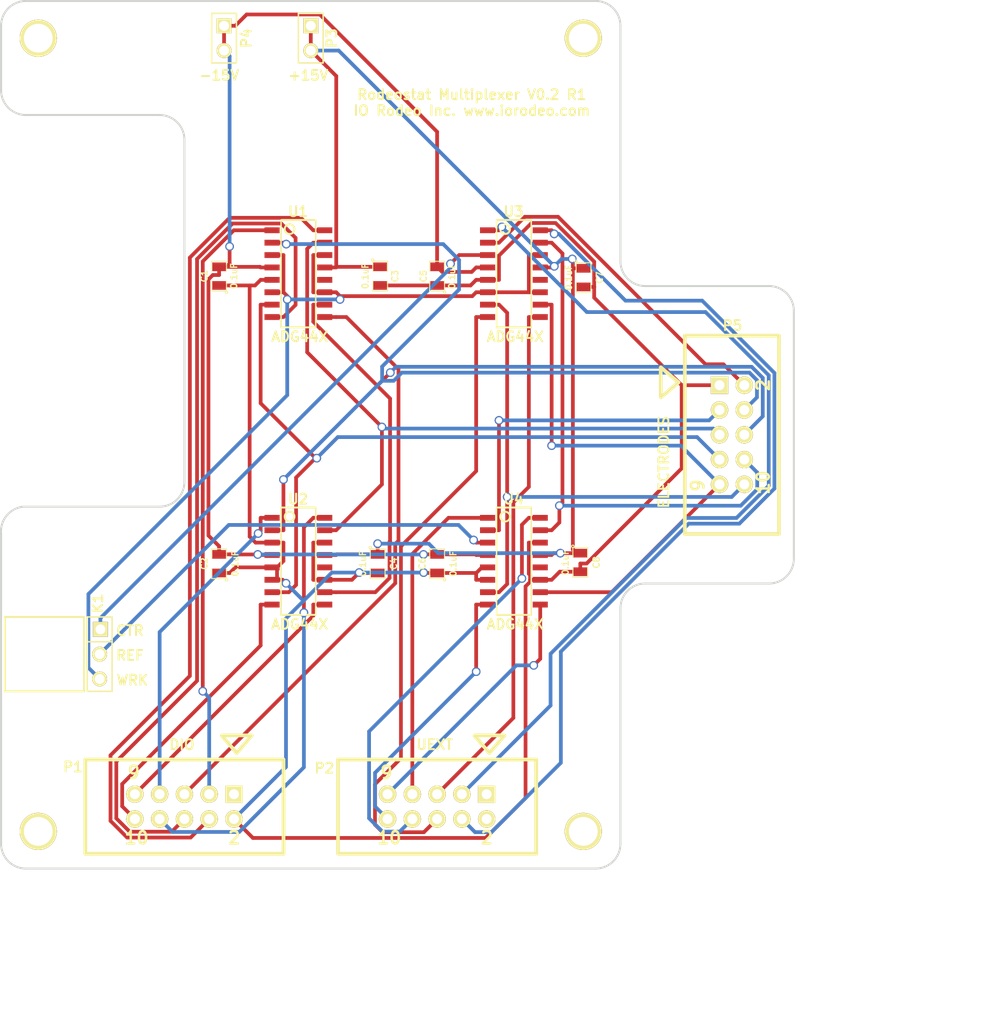
<source format=kicad_pcb>
(kicad_pcb (version 3) (host pcbnew "(2013-jul-07)-stable")

  (general
    (links 79)
    (no_connects 0)
    (area 76.099999 76.099999 179.662663 182.1688)
    (thickness 1.6)
    (drawings 45)
    (tracks 423)
    (zones 0)
    (modules 22)
    (nets 32)
  )

  (page A3)
  (layers
    (15 F.Cu signal)
    (0 B.Cu signal)
    (16 B.Adhes user)
    (17 F.Adhes user)
    (18 B.Paste user)
    (19 F.Paste user)
    (20 B.SilkS user)
    (21 F.SilkS user)
    (22 B.Mask user)
    (23 F.Mask user)
    (24 Dwgs.User user)
    (25 Cmts.User user)
    (26 Eco1.User user)
    (27 Eco2.User user)
    (28 Edge.Cuts user)
  )

  (setup
    (last_trace_width 0.381)
    (trace_clearance 0.2032)
    (zone_clearance 0.508)
    (zone_45_only no)
    (trace_min 0.254)
    (segment_width 0.2)
    (edge_width 0.2)
    (via_size 0.889)
    (via_drill 0.635)
    (via_min_size 0.889)
    (via_min_drill 0.508)
    (uvia_size 0.508)
    (uvia_drill 0.127)
    (uvias_allowed no)
    (uvia_min_size 0.508)
    (uvia_min_drill 0.127)
    (pcb_text_width 0.2032)
    (pcb_text_size 1.016 1.016)
    (mod_edge_width 0.25)
    (mod_text_size 1 1)
    (mod_text_width 0.15)
    (pad_size 1.524 1.524)
    (pad_drill 1.016)
    (pad_to_mask_clearance 0)
    (aux_axis_origin 0 0)
    (visible_elements FFFFFFBF)
    (pcbplotparams
      (layerselection 284196865)
      (usegerberextensions true)
      (excludeedgelayer true)
      (linewidth 0.150000)
      (plotframeref false)
      (viasonmask false)
      (mode 1)
      (useauxorigin false)
      (hpglpennumber 1)
      (hpglpenspeed 20)
      (hpglpendiameter 15)
      (hpglpenoverlay 2)
      (psnegative false)
      (psa4output false)
      (plotreference true)
      (plotvalue true)
      (plotothertext true)
      (plotinvisibletext false)
      (padsonsilk false)
      (subtractmaskfromsilk false)
      (outputformat 1)
      (mirror false)
      (drillshape 0)
      (scaleselection 1)
      (outputdirectory gerber_v0p2/))
  )

  (net 0 "")
  (net 1 /+15V)
  (net 2 /-15V)
  (net 3 /CTR)
  (net 4 /CTR_SW)
  (net 5 /D10)
  (net 6 /D11)
  (net 7 /D12)
  (net 8 /D13)
  (net 9 /D18)
  (net 10 /D19)
  (net 11 /D24)
  (net 12 /D25)
  (net 13 /D26)
  (net 14 /D27)
  (net 15 /D28)
  (net 16 /D29)
  (net 17 /D3)
  (net 18 /D30)
  (net 19 /D31)
  (net 20 /D4)
  (net 21 /GND)
  (net 22 /REF)
  (net 23 /REF_SW)
  (net 24 /WRK)
  (net 25 /WRK_1)
  (net 26 /WRK_2)
  (net 27 /WRK_3)
  (net 28 /WRK_4)
  (net 29 /WRK_5)
  (net 30 /WRK_6)
  (net 31 /WRK_7)

  (net_class Default "This is the default net class."
    (clearance 0.2032)
    (trace_width 0.381)
    (via_dia 0.889)
    (via_drill 0.635)
    (uvia_dia 0.508)
    (uvia_drill 0.127)
    (add_net "")
    (add_net /CTR)
    (add_net /CTR_SW)
    (add_net /D10)
    (add_net /D11)
    (add_net /D12)
    (add_net /D13)
    (add_net /D18)
    (add_net /D19)
    (add_net /D24)
    (add_net /D25)
    (add_net /D26)
    (add_net /D27)
    (add_net /D28)
    (add_net /D29)
    (add_net /D3)
    (add_net /D30)
    (add_net /D31)
    (add_net /D4)
    (add_net /REF)
    (add_net /REF_SW)
    (add_net /WRK)
    (add_net /WRK_1)
    (add_net /WRK_2)
    (add_net /WRK_3)
    (add_net /WRK_4)
    (add_net /WRK_5)
    (add_net /WRK_6)
    (add_net /WRK_7)
  )

  (net_class Power ""
    (clearance 0.2032)
    (trace_width 0.381)
    (via_dia 0.889)
    (via_drill 0.635)
    (uvia_dia 0.508)
    (uvia_drill 0.127)
    (add_net /+15V)
    (add_net /-15V)
    (add_net /GND)
  )

  (module SM0805 (layer F.Cu) (tedit 5B4E6404) (tstamp 5B4BE154)
    (at 135.585 133.731 270)
    (path /5B4BD3D7)
    (attr smd)
    (fp_text reference C8 (at 0 -1.651 270) (layer F.SilkS)
      (effects (font (size 0.635 0.635) (thickness 0.127)))
    )
    (fp_text value 0.1uF (at 0 1.524 270) (layer F.SilkS)
      (effects (font (size 0.635 0.635) (thickness 0.127)))
    )
    (fp_circle (center -1.651 0.762) (end -1.651 0.635) (layer F.SilkS) (width 0.09906))
    (fp_line (start -0.508 0.762) (end -1.524 0.762) (layer F.SilkS) (width 0.09906))
    (fp_line (start -1.524 0.762) (end -1.524 -0.762) (layer F.SilkS) (width 0.09906))
    (fp_line (start -1.524 -0.762) (end -0.508 -0.762) (layer F.SilkS) (width 0.09906))
    (fp_line (start 0.508 -0.762) (end 1.524 -0.762) (layer F.SilkS) (width 0.09906))
    (fp_line (start 1.524 -0.762) (end 1.524 0.762) (layer F.SilkS) (width 0.09906))
    (fp_line (start 1.524 0.762) (end 0.508 0.762) (layer F.SilkS) (width 0.09906))
    (pad 1 smd rect (at -0.9525 0 270) (size 0.889 1.397)
      (layers F.Cu F.Paste F.Mask)
      (net 1 /+15V)
    )
    (pad 2 smd rect (at 0.9525 0 270) (size 0.889 1.397)
      (layers F.Cu F.Paste F.Mask)
      (net 21 /GND)
    )
    (model smd/chip_cms.wrl
      (at (xyz 0 0 0))
      (scale (xyz 0.1 0.1 0.1))
      (rotate (xyz 0 0 0))
    )
  )

  (module SM0805 (layer F.Cu) (tedit 5B4E63C0) (tstamp 5B4BE161)
    (at 120.904 133.858 90)
    (path /5B4BD3D1)
    (attr smd)
    (fp_text reference C6 (at 0 -1.524 90) (layer F.SilkS)
      (effects (font (size 0.635 0.635) (thickness 0.127)))
    )
    (fp_text value 0.1uF (at 0 1.651 90) (layer F.SilkS)
      (effects (font (size 0.635 0.635) (thickness 0.127)))
    )
    (fp_circle (center -1.651 0.762) (end -1.651 0.635) (layer F.SilkS) (width 0.09906))
    (fp_line (start -0.508 0.762) (end -1.524 0.762) (layer F.SilkS) (width 0.09906))
    (fp_line (start -1.524 0.762) (end -1.524 -0.762) (layer F.SilkS) (width 0.09906))
    (fp_line (start -1.524 -0.762) (end -0.508 -0.762) (layer F.SilkS) (width 0.09906))
    (fp_line (start 0.508 -0.762) (end 1.524 -0.762) (layer F.SilkS) (width 0.09906))
    (fp_line (start 1.524 -0.762) (end 1.524 0.762) (layer F.SilkS) (width 0.09906))
    (fp_line (start 1.524 0.762) (end 0.508 0.762) (layer F.SilkS) (width 0.09906))
    (pad 1 smd rect (at -0.9525 0 90) (size 0.889 1.397)
      (layers F.Cu F.Paste F.Mask)
      (net 21 /GND)
    )
    (pad 2 smd rect (at 0.9525 0 90) (size 0.889 1.397)
      (layers F.Cu F.Paste F.Mask)
      (net 2 /-15V)
    )
    (model smd/chip_cms.wrl
      (at (xyz 0 0 0))
      (scale (xyz 0.1 0.1 0.1))
      (rotate (xyz 0 0 0))
    )
  )

  (module SM0805 (layer F.Cu) (tedit 5B4E630F) (tstamp 5B4BE16E)
    (at 135.915 104.546 270)
    (path /5B4BD3C3)
    (attr smd)
    (fp_text reference C7 (at 0 -1.651 270) (layer F.SilkS)
      (effects (font (size 0.635 0.635) (thickness 0.127)))
    )
    (fp_text value 0.1uF (at 0 1.524 270) (layer F.SilkS)
      (effects (font (size 0.635 0.635) (thickness 0.127)))
    )
    (fp_circle (center -1.651 0.762) (end -1.651 0.635) (layer F.SilkS) (width 0.09906))
    (fp_line (start -0.508 0.762) (end -1.524 0.762) (layer F.SilkS) (width 0.09906))
    (fp_line (start -1.524 0.762) (end -1.524 -0.762) (layer F.SilkS) (width 0.09906))
    (fp_line (start -1.524 -0.762) (end -0.508 -0.762) (layer F.SilkS) (width 0.09906))
    (fp_line (start 0.508 -0.762) (end 1.524 -0.762) (layer F.SilkS) (width 0.09906))
    (fp_line (start 1.524 -0.762) (end 1.524 0.762) (layer F.SilkS) (width 0.09906))
    (fp_line (start 1.524 0.762) (end 0.508 0.762) (layer F.SilkS) (width 0.09906))
    (pad 1 smd rect (at -0.9525 0 270) (size 0.889 1.397)
      (layers F.Cu F.Paste F.Mask)
      (net 1 /+15V)
    )
    (pad 2 smd rect (at 0.9525 0 270) (size 0.889 1.397)
      (layers F.Cu F.Paste F.Mask)
      (net 21 /GND)
    )
    (model smd/chip_cms.wrl
      (at (xyz 0 0 0))
      (scale (xyz 0.1 0.1 0.1))
      (rotate (xyz 0 0 0))
    )
  )

  (module SM0805 (layer F.Cu) (tedit 5B4E62B0) (tstamp 5B4BE17B)
    (at 120.904 104.394 90)
    (path /5B4BD3BD)
    (attr smd)
    (fp_text reference C5 (at 0 -1.397 90) (layer F.SilkS)
      (effects (font (size 0.635 0.635) (thickness 0.127)))
    )
    (fp_text value 0.1uF (at 0 1.524 90) (layer F.SilkS)
      (effects (font (size 0.635 0.635) (thickness 0.127)))
    )
    (fp_circle (center -1.651 0.762) (end -1.651 0.635) (layer F.SilkS) (width 0.09906))
    (fp_line (start -0.508 0.762) (end -1.524 0.762) (layer F.SilkS) (width 0.09906))
    (fp_line (start -1.524 0.762) (end -1.524 -0.762) (layer F.SilkS) (width 0.09906))
    (fp_line (start -1.524 -0.762) (end -0.508 -0.762) (layer F.SilkS) (width 0.09906))
    (fp_line (start 0.508 -0.762) (end 1.524 -0.762) (layer F.SilkS) (width 0.09906))
    (fp_line (start 1.524 -0.762) (end 1.524 0.762) (layer F.SilkS) (width 0.09906))
    (fp_line (start 1.524 0.762) (end 0.508 0.762) (layer F.SilkS) (width 0.09906))
    (pad 1 smd rect (at -0.9525 0 90) (size 0.889 1.397)
      (layers F.Cu F.Paste F.Mask)
      (net 21 /GND)
    )
    (pad 2 smd rect (at 0.9525 0 90) (size 0.889 1.397)
      (layers F.Cu F.Paste F.Mask)
      (net 2 /-15V)
    )
    (model smd/chip_cms.wrl
      (at (xyz 0 0 0))
      (scale (xyz 0.1 0.1 0.1))
      (rotate (xyz 0 0 0))
    )
  )

  (module SM0805 (layer F.Cu) (tedit 5B4E63A4) (tstamp 5B4BE188)
    (at 114.808 133.858 270)
    (path /5B4BD3AF)
    (attr smd)
    (fp_text reference C4 (at 0 -1.651 270) (layer F.SilkS)
      (effects (font (size 0.635 0.635) (thickness 0.127)))
    )
    (fp_text value 0.1uF (at 0 1.524 270) (layer F.SilkS)
      (effects (font (size 0.635 0.635) (thickness 0.127)))
    )
    (fp_circle (center -1.651 0.762) (end -1.651 0.635) (layer F.SilkS) (width 0.09906))
    (fp_line (start -0.508 0.762) (end -1.524 0.762) (layer F.SilkS) (width 0.09906))
    (fp_line (start -1.524 0.762) (end -1.524 -0.762) (layer F.SilkS) (width 0.09906))
    (fp_line (start -1.524 -0.762) (end -0.508 -0.762) (layer F.SilkS) (width 0.09906))
    (fp_line (start 0.508 -0.762) (end 1.524 -0.762) (layer F.SilkS) (width 0.09906))
    (fp_line (start 1.524 -0.762) (end 1.524 0.762) (layer F.SilkS) (width 0.09906))
    (fp_line (start 1.524 0.762) (end 0.508 0.762) (layer F.SilkS) (width 0.09906))
    (pad 1 smd rect (at -0.9525 0 270) (size 0.889 1.397)
      (layers F.Cu F.Paste F.Mask)
      (net 1 /+15V)
    )
    (pad 2 smd rect (at 0.9525 0 270) (size 0.889 1.397)
      (layers F.Cu F.Paste F.Mask)
      (net 21 /GND)
    )
    (model smd/chip_cms.wrl
      (at (xyz 0 0 0))
      (scale (xyz 0.1 0.1 0.1))
      (rotate (xyz 0 0 0))
    )
  )

  (module SM0805 (layer F.Cu) (tedit 5B4E6345) (tstamp 5B4BE195)
    (at 98.552 133.858 90)
    (path /5B4BD3A9)
    (attr smd)
    (fp_text reference C2 (at 0 -1.524 90) (layer F.SilkS)
      (effects (font (size 0.635 0.635) (thickness 0.127)))
    )
    (fp_text value 0.1uF (at 0 1.651 90) (layer F.SilkS)
      (effects (font (size 0.635 0.635) (thickness 0.127)))
    )
    (fp_circle (center -1.651 0.762) (end -1.651 0.635) (layer F.SilkS) (width 0.09906))
    (fp_line (start -0.508 0.762) (end -1.524 0.762) (layer F.SilkS) (width 0.09906))
    (fp_line (start -1.524 0.762) (end -1.524 -0.762) (layer F.SilkS) (width 0.09906))
    (fp_line (start -1.524 -0.762) (end -0.508 -0.762) (layer F.SilkS) (width 0.09906))
    (fp_line (start 0.508 -0.762) (end 1.524 -0.762) (layer F.SilkS) (width 0.09906))
    (fp_line (start 1.524 -0.762) (end 1.524 0.762) (layer F.SilkS) (width 0.09906))
    (fp_line (start 1.524 0.762) (end 0.508 0.762) (layer F.SilkS) (width 0.09906))
    (pad 1 smd rect (at -0.9525 0 90) (size 0.889 1.397)
      (layers F.Cu F.Paste F.Mask)
      (net 21 /GND)
    )
    (pad 2 smd rect (at 0.9525 0 90) (size 0.889 1.397)
      (layers F.Cu F.Paste F.Mask)
      (net 2 /-15V)
    )
    (model smd/chip_cms.wrl
      (at (xyz 0 0 0))
      (scale (xyz 0.1 0.1 0.1))
      (rotate (xyz 0 0 0))
    )
  )

  (module SM0805 (layer F.Cu) (tedit 5B4E6292) (tstamp 5B4BE1A2)
    (at 115.062 104.394 270)
    (path /5B4BD194)
    (attr smd)
    (fp_text reference C3 (at 0 -1.524 270) (layer F.SilkS)
      (effects (font (size 0.635 0.635) (thickness 0.127)))
    )
    (fp_text value 0.1uF (at 0 1.524 270) (layer F.SilkS)
      (effects (font (size 0.635 0.635) (thickness 0.127)))
    )
    (fp_circle (center -1.651 0.762) (end -1.651 0.635) (layer F.SilkS) (width 0.09906))
    (fp_line (start -0.508 0.762) (end -1.524 0.762) (layer F.SilkS) (width 0.09906))
    (fp_line (start -1.524 0.762) (end -1.524 -0.762) (layer F.SilkS) (width 0.09906))
    (fp_line (start -1.524 -0.762) (end -0.508 -0.762) (layer F.SilkS) (width 0.09906))
    (fp_line (start 0.508 -0.762) (end 1.524 -0.762) (layer F.SilkS) (width 0.09906))
    (fp_line (start 1.524 -0.762) (end 1.524 0.762) (layer F.SilkS) (width 0.09906))
    (fp_line (start 1.524 0.762) (end 0.508 0.762) (layer F.SilkS) (width 0.09906))
    (pad 1 smd rect (at -0.9525 0 270) (size 0.889 1.397)
      (layers F.Cu F.Paste F.Mask)
      (net 1 /+15V)
    )
    (pad 2 smd rect (at 0.9525 0 270) (size 0.889 1.397)
      (layers F.Cu F.Paste F.Mask)
      (net 21 /GND)
    )
    (model smd/chip_cms.wrl
      (at (xyz 0 0 0))
      (scale (xyz 0.1 0.1 0.1))
      (rotate (xyz 0 0 0))
    )
  )

  (module SM0805 (layer F.Cu) (tedit 5B4E6235) (tstamp 5B4BE1AF)
    (at 98.552 104.394 90)
    (path /5B4BD185)
    (attr smd)
    (fp_text reference C1 (at 0 -1.524 90) (layer F.SilkS)
      (effects (font (size 0.635 0.635) (thickness 0.127)))
    )
    (fp_text value 0.1uF (at 0 1.524 90) (layer F.SilkS)
      (effects (font (size 0.635 0.635) (thickness 0.127)))
    )
    (fp_circle (center -1.651 0.762) (end -1.651 0.635) (layer F.SilkS) (width 0.09906))
    (fp_line (start -0.508 0.762) (end -1.524 0.762) (layer F.SilkS) (width 0.09906))
    (fp_line (start -1.524 0.762) (end -1.524 -0.762) (layer F.SilkS) (width 0.09906))
    (fp_line (start -1.524 -0.762) (end -0.508 -0.762) (layer F.SilkS) (width 0.09906))
    (fp_line (start 0.508 -0.762) (end 1.524 -0.762) (layer F.SilkS) (width 0.09906))
    (fp_line (start 1.524 -0.762) (end 1.524 0.762) (layer F.SilkS) (width 0.09906))
    (fp_line (start 1.524 0.762) (end 0.508 0.762) (layer F.SilkS) (width 0.09906))
    (pad 1 smd rect (at -0.9525 0 90) (size 0.889 1.397)
      (layers F.Cu F.Paste F.Mask)
      (net 21 /GND)
    )
    (pad 2 smd rect (at 0.9525 0 90) (size 0.889 1.397)
      (layers F.Cu F.Paste F.Mask)
      (net 2 /-15V)
    )
    (model smd/chip_cms.wrl
      (at (xyz 0 0 0))
      (scale (xyz 0.1 0.1 0.1))
      (rotate (xyz 0 0 0))
    )
  )

  (module PIN_ARRAY_3X1 (layer F.Cu) (tedit 5B4E61A8) (tstamp 5B4BE1BB)
    (at 86.3092 143.129 270)
    (descr "Connecteur 3 pins")
    (tags "CONN DEV")
    (path /5B4BC53E)
    (fp_text reference K1 (at -5.207 0.2032 270) (layer F.SilkS)
      (effects (font (size 1.016 1.016) (thickness 0.2032)))
    )
    (fp_text value CONN_3 (at 0 -2.159 270) (layer F.SilkS) hide
      (effects (font (size 1.016 1.016) (thickness 0.1524)))
    )
    (fp_line (start -3.81 1.27) (end -3.81 -1.27) (layer F.SilkS) (width 0.1524))
    (fp_line (start -3.81 -1.27) (end 3.81 -1.27) (layer F.SilkS) (width 0.1524))
    (fp_line (start 3.81 -1.27) (end 3.81 1.27) (layer F.SilkS) (width 0.1524))
    (fp_line (start 3.81 1.27) (end -3.81 1.27) (layer F.SilkS) (width 0.1524))
    (fp_line (start -1.27 -1.27) (end -1.27 1.27) (layer F.SilkS) (width 0.1524))
    (pad 1 thru_hole rect (at -2.54 -0.0762 270) (size 1.524 1.524) (drill 1.016)
      (layers *.Cu *.Mask F.SilkS)
      (net 3 /CTR)
    )
    (pad 2 thru_hole circle (at 0 0 270) (size 1.524 1.524) (drill 1.016)
      (layers *.Cu *.Mask F.SilkS)
      (net 22 /REF)
    )
    (pad 3 thru_hole circle (at 2.54 0 270) (size 1.524 1.524) (drill 1.016)
      (layers *.Cu *.Mask F.SilkS)
      (net 24 /WRK)
    )
    (model pin_array/pins_array_3x1.wrl
      (at (xyz 0 0 0))
      (scale (xyz 1 1 1))
      (rotate (xyz 0 0 0))
    )
  )

  (module PIN_ARRAY_2X1 (layer F.Cu) (tedit 5B4E620B) (tstamp 5B4BE1C5)
    (at 99.06 80.01 270)
    (descr "Connecteurs 2 pins")
    (tags "CONN DEV")
    (path /5B4BCEBA)
    (fp_text reference P4 (at 0 -2.286 270) (layer F.SilkS)
      (effects (font (size 1.016 1.016) (thickness 0.2032)))
    )
    (fp_text value CONN_2 (at 0 -1.905 270) (layer F.SilkS) hide
      (effects (font (size 0.762 0.762) (thickness 0.1524)))
    )
    (fp_line (start -2.54 1.27) (end -2.54 -1.27) (layer F.SilkS) (width 0.1524))
    (fp_line (start -2.54 -1.27) (end 2.54 -1.27) (layer F.SilkS) (width 0.1524))
    (fp_line (start 2.54 -1.27) (end 2.54 1.27) (layer F.SilkS) (width 0.1524))
    (fp_line (start 2.54 1.27) (end -2.54 1.27) (layer F.SilkS) (width 0.1524))
    (pad 1 thru_hole rect (at -1.27 0 270) (size 1.524 1.524) (drill 1.016)
      (layers *.Cu *.Mask F.SilkS)
      (net 2 /-15V)
    )
    (pad 2 thru_hole circle (at 1.27 0 270) (size 1.524 1.524) (drill 1.016)
      (layers *.Cu *.Mask F.SilkS)
      (net 2 /-15V)
    )
    (model pin_array/pins_array_2x1.wrl
      (at (xyz 0 0 0))
      (scale (xyz 1 1 1))
      (rotate (xyz 0 0 0))
    )
  )

  (module PIN_ARRAY_2X1 (layer F.Cu) (tedit 5B4E6219) (tstamp 5B4BE1CF)
    (at 107.95 80.01 270)
    (descr "Connecteurs 2 pins")
    (tags "CONN DEV")
    (path /5B4BCEAB)
    (fp_text reference P3 (at 0 -2.159 270) (layer F.SilkS)
      (effects (font (size 1.016 1.016) (thickness 0.2032)))
    )
    (fp_text value CONN_2 (at 0 -1.905 270) (layer F.SilkS) hide
      (effects (font (size 0.762 0.762) (thickness 0.1524)))
    )
    (fp_line (start -2.54 1.27) (end -2.54 -1.27) (layer F.SilkS) (width 0.1524))
    (fp_line (start -2.54 -1.27) (end 2.54 -1.27) (layer F.SilkS) (width 0.1524))
    (fp_line (start 2.54 -1.27) (end 2.54 1.27) (layer F.SilkS) (width 0.1524))
    (fp_line (start 2.54 1.27) (end -2.54 1.27) (layer F.SilkS) (width 0.1524))
    (pad 1 thru_hole rect (at -1.27 0 270) (size 1.524 1.524) (drill 1.016)
      (layers *.Cu *.Mask F.SilkS)
      (net 1 /+15V)
    )
    (pad 2 thru_hole circle (at 1.27 0 270) (size 1.524 1.524) (drill 1.016)
      (layers *.Cu *.Mask F.SilkS)
      (net 1 /+15V)
    )
    (model pin_array/pins_array_2x1.wrl
      (at (xyz 0 0 0))
      (scale (xyz 1 1 1))
      (rotate (xyz 0 0 0))
    )
  )

  (module 5X2_SHRD_HEADER (layer F.Cu) (tedit 5B4E61CF) (tstamp 5B4BE202)
    (at 94.996 158.75 180)
    (path /5B4BC7E9)
    (fp_text reference P1 (at 11.43 4.064 180) (layer F.SilkS)
      (effects (font (size 1.016 1.016) (thickness 0.2032)))
    )
    (fp_text value CONN_5X2 (at 5.19938 6.2992 180) (layer F.SilkS) hide
      (effects (font (size 1.524 1.524) (thickness 0.3048)))
    )
    (fp_line (start -10.16 -4.826) (end 10.16 -4.826) (layer F.SilkS) (width 0.381))
    (fp_line (start 10.16 -4.826) (end 10.16 4.826) (layer F.SilkS) (width 0.381))
    (fp_line (start 10.16 4.826) (end -10.16 4.826) (layer F.SilkS) (width 0.381))
    (fp_line (start -10.16 4.826) (end -10.16 -4.826) (layer F.SilkS) (width 0.381))
    (fp_line (start -6.90118 7.29996) (end -3.8989 7.29996) (layer F.SilkS) (width 0.381))
    (fp_text user 10 (at 4.89966 -3.2004 180) (layer F.SilkS)
      (effects (font (size 1.27 1.27) (thickness 0.254)))
    )
    (fp_text user 9 (at 5.19938 3.50012 180) (layer F.SilkS)
      (effects (font (size 1.27 1.27) (thickness 0.254)))
    )
    (fp_text user 2 (at -5.10032 -3.2004 180) (layer F.SilkS)
      (effects (font (size 1.27 1.27) (thickness 0.254)))
    )
    (fp_line (start -5.36448 5.48894) (end -6.88848 7.26694) (layer F.SilkS) (width 0.381))
    (fp_line (start -3.84048 7.2644) (end -5.36448 5.4864) (layer F.SilkS) (width 0.381))
    (pad 1 thru_hole rect (at -5.08 1.27 180) (size 1.778 1.778) (drill 1.016)
      (layers *.Cu *.Mask F.SilkS)
    )
    (pad 2 thru_hole circle (at -5.08 -1.27 180) (size 1.778 1.778) (drill 1.016)
      (layers *.Cu *.Mask F.SilkS)
      (net 21 /GND)
    )
    (pad 3 thru_hole circle (at -2.54 1.27 180) (size 1.778 1.778) (drill 1.016)
      (layers *.Cu *.Mask F.SilkS)
      (net 11 /D24)
    )
    (pad 4 thru_hole circle (at -2.54 -1.27 180) (size 1.778 1.778) (drill 1.016)
      (layers *.Cu *.Mask F.SilkS)
      (net 12 /D25)
    )
    (pad 5 thru_hole circle (at 0 1.27 180) (size 1.778 1.778) (drill 1.016)
      (layers *.Cu *.Mask F.SilkS)
      (net 13 /D26)
    )
    (pad 6 thru_hole circle (at 0 -1.27 180) (size 1.778 1.778) (drill 1.016)
      (layers *.Cu *.Mask F.SilkS)
      (net 14 /D27)
    )
    (pad 7 thru_hole circle (at 2.54 1.27 180) (size 1.778 1.778) (drill 1.016)
      (layers *.Cu *.Mask F.SilkS)
      (net 15 /D28)
    )
    (pad 8 thru_hole circle (at 2.54 -1.27 180) (size 1.778 1.778) (drill 1.016)
      (layers *.Cu *.Mask F.SilkS)
      (net 16 /D29)
    )
    (pad 9 thru_hole circle (at 5.08 1.27 180) (size 1.778 1.778) (drill 1.016)
      (layers *.Cu *.Mask F.SilkS)
      (net 18 /D30)
    )
    (pad 10 thru_hole circle (at 5.08 -1.27 180) (size 1.778 1.778) (drill 1.016)
      (layers *.Cu *.Mask F.SilkS)
      (net 19 /D31)
    )
  )

  (module 5X2_SHRD_HEADER (layer F.Cu) (tedit 5B4E61CA) (tstamp 5B4BE21A)
    (at 120.904 158.75 180)
    (path /5B4BC67F)
    (fp_text reference P2 (at 11.557 3.937 180) (layer F.SilkS)
      (effects (font (size 1.016 1.016) (thickness 0.2032)))
    )
    (fp_text value CONN_5X2 (at 5.19938 6.2992 180) (layer F.SilkS) hide
      (effects (font (size 1.524 1.524) (thickness 0.3048)))
    )
    (fp_line (start -10.16 -4.826) (end 10.16 -4.826) (layer F.SilkS) (width 0.381))
    (fp_line (start 10.16 -4.826) (end 10.16 4.826) (layer F.SilkS) (width 0.381))
    (fp_line (start 10.16 4.826) (end -10.16 4.826) (layer F.SilkS) (width 0.381))
    (fp_line (start -10.16 4.826) (end -10.16 -4.826) (layer F.SilkS) (width 0.381))
    (fp_line (start -6.90118 7.29996) (end -3.8989 7.29996) (layer F.SilkS) (width 0.381))
    (fp_text user 10 (at 4.89966 -3.2004 180) (layer F.SilkS)
      (effects (font (size 1.27 1.27) (thickness 0.254)))
    )
    (fp_text user 9 (at 5.19938 3.50012 180) (layer F.SilkS)
      (effects (font (size 1.27 1.27) (thickness 0.254)))
    )
    (fp_text user 2 (at -5.10032 -3.2004 180) (layer F.SilkS)
      (effects (font (size 1.27 1.27) (thickness 0.254)))
    )
    (fp_line (start -5.36448 5.48894) (end -6.88848 7.26694) (layer F.SilkS) (width 0.381))
    (fp_line (start -3.84048 7.2644) (end -5.36448 5.4864) (layer F.SilkS) (width 0.381))
    (pad 1 thru_hole rect (at -5.08 1.27 180) (size 1.778 1.778) (drill 1.016)
      (layers *.Cu *.Mask F.SilkS)
    )
    (pad 2 thru_hole circle (at -5.08 -1.27 180) (size 1.778 1.778) (drill 1.016)
      (layers *.Cu *.Mask F.SilkS)
    )
    (pad 3 thru_hole circle (at -2.54 1.27 180) (size 1.778 1.778) (drill 1.016)
      (layers *.Cu *.Mask F.SilkS)
      (net 17 /D3)
    )
    (pad 4 thru_hole circle (at -2.54 -1.27 180) (size 1.778 1.778) (drill 1.016)
      (layers *.Cu *.Mask F.SilkS)
      (net 20 /D4)
    )
    (pad 5 thru_hole circle (at 0 1.27 180) (size 1.778 1.778) (drill 1.016)
      (layers *.Cu *.Mask F.SilkS)
      (net 10 /D19)
    )
    (pad 6 thru_hole circle (at 0 -1.27 180) (size 1.778 1.778) (drill 1.016)
      (layers *.Cu *.Mask F.SilkS)
      (net 9 /D18)
    )
    (pad 7 thru_hole circle (at 2.54 1.27 180) (size 1.778 1.778) (drill 1.016)
      (layers *.Cu *.Mask F.SilkS)
      (net 7 /D12)
    )
    (pad 8 thru_hole circle (at 2.54 -1.27 180) (size 1.778 1.778) (drill 1.016)
      (layers *.Cu *.Mask F.SilkS)
      (net 6 /D11)
    )
    (pad 9 thru_hole circle (at 5.08 1.27 180) (size 1.778 1.778) (drill 1.016)
      (layers *.Cu *.Mask F.SilkS)
      (net 8 /D13)
    )
    (pad 10 thru_hole circle (at 5.08 -1.27 180) (size 1.778 1.778) (drill 1.016)
      (layers *.Cu *.Mask F.SilkS)
      (net 5 /D10)
    )
  )

  (module 16-SOIC-0154 (layer F.Cu) (tedit 5B4E63E8) (tstamp 5B4BE233)
    (at 128.778 133.604 270)
    (path /5B4BC9B7)
    (fp_text reference U4 (at -6.3627 0.0381 360) (layer F.SilkS)
      (effects (font (size 1.016 1.016) (thickness 0.2032)))
    )
    (fp_text value ADG44X (at 6.4643 -0.1397 360) (layer F.SilkS)
      (effects (font (size 1.016 1.016) (thickness 0.2032)))
    )
    (fp_line (start -5.4991 1.778) (end 5.5118 1.778) (layer F.SilkS) (width 0.15))
    (fp_line (start -5.4991 -1.778) (end 5.5118 -1.778) (layer F.SilkS) (width 0.15))
    (fp_circle (center -4.567 0.9) (end -4.167 1.2) (layer F.SilkS) (width 0.2))
    (fp_line (start -5.5 -1.75) (end -5.5 1.75) (layer F.SilkS) (width 0.2))
    (fp_line (start 5.5 1.75) (end 5.5 -1.75) (layer F.SilkS) (width 0.2))
    (pad 1 smd rect (at -4.445 2.7 270) (size 0.6 1.55)
      (layers F.Cu F.Paste F.Mask)
      (net 7 /D12)
    )
    (pad 2 smd rect (at -3.175 2.7 270) (size 0.6 1.55)
      (layers F.Cu F.Paste F.Mask)
      (net 23 /REF_SW)
    )
    (pad 3 smd rect (at -1.905 2.7 270) (size 0.6 1.55)
      (layers F.Cu F.Paste F.Mask)
      (net 22 /REF)
    )
    (pad 4 smd rect (at -0.635 2.7 270) (size 0.6 1.55)
      (layers F.Cu F.Paste F.Mask)
      (net 2 /-15V)
    )
    (pad 13 smd rect (at -0.635 -2.7 270) (size 0.6 1.55)
      (layers F.Cu F.Paste F.Mask)
      (net 1 /+15V)
    )
    (pad 14 smd rect (at -1.905 -2.7 270) (size 0.6 1.55)
      (layers F.Cu F.Paste F.Mask)
      (net 21 /GND)
    )
    (pad 15 smd rect (at -3.175 -2.7 270) (size 0.6 1.55)
      (layers F.Cu F.Paste F.Mask)
      (net 29 /WRK_5)
    )
    (pad 16 smd rect (at -4.445 -2.7 270) (size 0.6 1.55)
      (layers F.Cu F.Paste F.Mask)
      (net 6 /D11)
    )
    (pad 5 smd rect (at 0.635 2.7 270) (size 0.6 1.55)
      (layers F.Cu F.Paste F.Mask)
      (net 21 /GND)
    )
    (pad 6 smd rect (at 1.905 2.7 270) (size 0.6 1.55)
      (layers F.Cu F.Paste F.Mask)
      (net 21 /GND)
    )
    (pad 7 smd rect (at 3.175 2.7 270) (size 0.6 1.55)
      (layers F.Cu F.Paste F.Mask)
      (net 31 /WRK_7)
    )
    (pad 8 smd rect (at 4.445 2.7 270) (size 0.6 1.55)
      (layers F.Cu F.Paste F.Mask)
      (net 5 /D10)
    )
    (pad 11 smd rect (at 1.905 -2.7 270) (size 0.6 1.55)
      (layers F.Cu F.Paste F.Mask)
      (net 21 /GND)
    )
    (pad 10 smd rect (at 3.175 -2.7 270) (size 0.6 1.55)
      (layers F.Cu F.Paste F.Mask)
      (net 30 /WRK_6)
    )
    (pad 9 smd rect (at 4.445 -2.7 270) (size 0.6 1.55)
      (layers F.Cu F.Paste F.Mask)
      (net 8 /D13)
    )
    (pad 12 smd rect (at 0.635 -2.7 270) (size 0.6 1.55)
      (layers F.Cu F.Paste F.Mask)
    )
  )

  (module 16-SOIC-0154 (layer F.Cu) (tedit 5B4E62E5) (tstamp 5B4BE24C)
    (at 128.778 104.14 270)
    (path /5B4BC991)
    (fp_text reference U3 (at -6.3627 0.0381 360) (layer F.SilkS)
      (effects (font (size 1.016 1.016) (thickness 0.2032)))
    )
    (fp_text value ADG44X (at 6.4643 -0.1397 360) (layer F.SilkS)
      (effects (font (size 1.016 1.016) (thickness 0.2032)))
    )
    (fp_line (start -5.4991 1.778) (end 5.5118 1.778) (layer F.SilkS) (width 0.15))
    (fp_line (start -5.4991 -1.778) (end 5.5118 -1.778) (layer F.SilkS) (width 0.15))
    (fp_circle (center -4.567 0.9) (end -4.167 1.2) (layer F.SilkS) (width 0.2))
    (fp_line (start -5.5 -1.75) (end -5.5 1.75) (layer F.SilkS) (width 0.2))
    (fp_line (start 5.5 1.75) (end 5.5 -1.75) (layer F.SilkS) (width 0.2))
    (pad 1 smd rect (at -4.445 2.7 270) (size 0.6 1.55)
      (layers F.Cu F.Paste F.Mask)
      (net 17 /D3)
    )
    (pad 2 smd rect (at -3.175 2.7 270) (size 0.6 1.55)
      (layers F.Cu F.Paste F.Mask)
      (net 4 /CTR_SW)
    )
    (pad 3 smd rect (at -1.905 2.7 270) (size 0.6 1.55)
      (layers F.Cu F.Paste F.Mask)
      (net 3 /CTR)
    )
    (pad 4 smd rect (at -0.635 2.7 270) (size 0.6 1.55)
      (layers F.Cu F.Paste F.Mask)
      (net 2 /-15V)
    )
    (pad 13 smd rect (at -0.635 -2.7 270) (size 0.6 1.55)
      (layers F.Cu F.Paste F.Mask)
      (net 1 /+15V)
    )
    (pad 14 smd rect (at -1.905 -2.7 270) (size 0.6 1.55)
      (layers F.Cu F.Paste F.Mask)
      (net 24 /WRK)
    )
    (pad 15 smd rect (at -3.175 -2.7 270) (size 0.6 1.55)
      (layers F.Cu F.Paste F.Mask)
      (net 29 /WRK_5)
    )
    (pad 16 smd rect (at -4.445 -2.7 270) (size 0.6 1.55)
      (layers F.Cu F.Paste F.Mask)
      (net 20 /D4)
    )
    (pad 5 smd rect (at 0.635 2.7 270) (size 0.6 1.55)
      (layers F.Cu F.Paste F.Mask)
      (net 21 /GND)
    )
    (pad 6 smd rect (at 1.905 2.7 270) (size 0.6 1.55)
      (layers F.Cu F.Paste F.Mask)
      (net 24 /WRK)
    )
    (pad 7 smd rect (at 3.175 2.7 270) (size 0.6 1.55)
      (layers F.Cu F.Paste F.Mask)
      (net 31 /WRK_7)
    )
    (pad 8 smd rect (at 4.445 2.7 270) (size 0.6 1.55)
      (layers F.Cu F.Paste F.Mask)
      (net 9 /D18)
    )
    (pad 11 smd rect (at 1.905 -2.7 270) (size 0.6 1.55)
      (layers F.Cu F.Paste F.Mask)
      (net 24 /WRK)
    )
    (pad 10 smd rect (at 3.175 -2.7 270) (size 0.6 1.55)
      (layers F.Cu F.Paste F.Mask)
      (net 30 /WRK_6)
    )
    (pad 9 smd rect (at 4.445 -2.7 270) (size 0.6 1.55)
      (layers F.Cu F.Paste F.Mask)
      (net 10 /D19)
    )
    (pad 12 smd rect (at 0.635 -2.7 270) (size 0.6 1.55)
      (layers F.Cu F.Paste F.Mask)
    )
  )

  (module 16-SOIC-0154 (layer F.Cu) (tedit 5B4E637B) (tstamp 5B4BE265)
    (at 106.68 133.604 270)
    (path /5B4BC959)
    (fp_text reference U2 (at -6.3627 0.0381 360) (layer F.SilkS)
      (effects (font (size 1.016 1.016) (thickness 0.2032)))
    )
    (fp_text value ADG44X (at 6.4643 -0.1397 360) (layer F.SilkS)
      (effects (font (size 1.016 1.016) (thickness 0.2032)))
    )
    (fp_line (start -5.4991 1.778) (end 5.5118 1.778) (layer F.SilkS) (width 0.15))
    (fp_line (start -5.4991 -1.778) (end 5.5118 -1.778) (layer F.SilkS) (width 0.15))
    (fp_circle (center -4.567 0.9) (end -4.167 1.2) (layer F.SilkS) (width 0.2))
    (fp_line (start -5.5 -1.75) (end -5.5 1.75) (layer F.SilkS) (width 0.2))
    (fp_line (start 5.5 1.75) (end 5.5 -1.75) (layer F.SilkS) (width 0.2))
    (pad 1 smd rect (at -4.445 2.7 270) (size 0.6 1.55)
      (layers F.Cu F.Paste F.Mask)
      (net 15 /D28)
    )
    (pad 2 smd rect (at -3.175 2.7 270) (size 0.6 1.55)
      (layers F.Cu F.Paste F.Mask)
      (net 25 /WRK_1)
    )
    (pad 3 smd rect (at -1.905 2.7 270) (size 0.6 1.55)
      (layers F.Cu F.Paste F.Mask)
      (net 21 /GND)
    )
    (pad 4 smd rect (at -0.635 2.7 270) (size 0.6 1.55)
      (layers F.Cu F.Paste F.Mask)
      (net 2 /-15V)
    )
    (pad 13 smd rect (at -0.635 -2.7 270) (size 0.6 1.55)
      (layers F.Cu F.Paste F.Mask)
      (net 1 /+15V)
    )
    (pad 14 smd rect (at -1.905 -2.7 270) (size 0.6 1.55)
      (layers F.Cu F.Paste F.Mask)
      (net 21 /GND)
    )
    (pad 15 smd rect (at -3.175 -2.7 270) (size 0.6 1.55)
      (layers F.Cu F.Paste F.Mask)
      (net 26 /WRK_2)
    )
    (pad 16 smd rect (at -4.445 -2.7 270) (size 0.6 1.55)
      (layers F.Cu F.Paste F.Mask)
      (net 16 /D29)
    )
    (pad 5 smd rect (at 0.635 2.7 270) (size 0.6 1.55)
      (layers F.Cu F.Paste F.Mask)
      (net 21 /GND)
    )
    (pad 6 smd rect (at 1.905 2.7 270) (size 0.6 1.55)
      (layers F.Cu F.Paste F.Mask)
      (net 21 /GND)
    )
    (pad 7 smd rect (at 3.175 2.7 270) (size 0.6 1.55)
      (layers F.Cu F.Paste F.Mask)
      (net 28 /WRK_4)
    )
    (pad 8 smd rect (at 4.445 2.7 270) (size 0.6 1.55)
      (layers F.Cu F.Paste F.Mask)
      (net 19 /D31)
    )
    (pad 11 smd rect (at 1.905 -2.7 270) (size 0.6 1.55)
      (layers F.Cu F.Paste F.Mask)
      (net 21 /GND)
    )
    (pad 10 smd rect (at 3.175 -2.7 270) (size 0.6 1.55)
      (layers F.Cu F.Paste F.Mask)
      (net 27 /WRK_3)
    )
    (pad 9 smd rect (at 4.445 -2.7 270) (size 0.6 1.55)
      (layers F.Cu F.Paste F.Mask)
      (net 18 /D30)
    )
    (pad 12 smd rect (at 0.635 -2.7 270) (size 0.6 1.55)
      (layers F.Cu F.Paste F.Mask)
    )
  )

  (module 16-SOIC-0154 (layer F.Cu) (tedit 5B4E625C) (tstamp 5B4BE27E)
    (at 106.68 104.14 270)
    (path /5B4BC4A2)
    (fp_text reference U1 (at -6.3627 0.0381 360) (layer F.SilkS)
      (effects (font (size 1.016 1.016) (thickness 0.2032)))
    )
    (fp_text value ADG44X (at 6.4643 -0.1397 360) (layer F.SilkS)
      (effects (font (size 1.016 1.016) (thickness 0.2032)))
    )
    (fp_line (start -5.4991 1.778) (end 5.5118 1.778) (layer F.SilkS) (width 0.15))
    (fp_line (start -5.4991 -1.778) (end 5.5118 -1.778) (layer F.SilkS) (width 0.15))
    (fp_circle (center -4.567 0.9) (end -4.167 1.2) (layer F.SilkS) (width 0.2))
    (fp_line (start -5.5 -1.75) (end -5.5 1.75) (layer F.SilkS) (width 0.2))
    (fp_line (start 5.5 1.75) (end 5.5 -1.75) (layer F.SilkS) (width 0.2))
    (pad 1 smd rect (at -4.445 2.7 270) (size 0.6 1.55)
      (layers F.Cu F.Paste F.Mask)
      (net 11 /D24)
    )
    (pad 2 smd rect (at -3.175 2.7 270) (size 0.6 1.55)
      (layers F.Cu F.Paste F.Mask)
      (net 25 /WRK_1)
    )
    (pad 3 smd rect (at -1.905 2.7 270) (size 0.6 1.55)
      (layers F.Cu F.Paste F.Mask)
      (net 24 /WRK)
    )
    (pad 4 smd rect (at -0.635 2.7 270) (size 0.6 1.55)
      (layers F.Cu F.Paste F.Mask)
      (net 2 /-15V)
    )
    (pad 13 smd rect (at -0.635 -2.7 270) (size 0.6 1.55)
      (layers F.Cu F.Paste F.Mask)
      (net 1 /+15V)
    )
    (pad 14 smd rect (at -1.905 -2.7 270) (size 0.6 1.55)
      (layers F.Cu F.Paste F.Mask)
      (net 24 /WRK)
    )
    (pad 15 smd rect (at -3.175 -2.7 270) (size 0.6 1.55)
      (layers F.Cu F.Paste F.Mask)
      (net 26 /WRK_2)
    )
    (pad 16 smd rect (at -4.445 -2.7 270) (size 0.6 1.55)
      (layers F.Cu F.Paste F.Mask)
      (net 12 /D25)
    )
    (pad 5 smd rect (at 0.635 2.7 270) (size 0.6 1.55)
      (layers F.Cu F.Paste F.Mask)
      (net 21 /GND)
    )
    (pad 6 smd rect (at 1.905 2.7 270) (size 0.6 1.55)
      (layers F.Cu F.Paste F.Mask)
      (net 24 /WRK)
    )
    (pad 7 smd rect (at 3.175 2.7 270) (size 0.6 1.55)
      (layers F.Cu F.Paste F.Mask)
      (net 28 /WRK_4)
    )
    (pad 8 smd rect (at 4.445 2.7 270) (size 0.6 1.55)
      (layers F.Cu F.Paste F.Mask)
      (net 14 /D27)
    )
    (pad 11 smd rect (at 1.905 -2.7 270) (size 0.6 1.55)
      (layers F.Cu F.Paste F.Mask)
      (net 24 /WRK)
    )
    (pad 10 smd rect (at 3.175 -2.7 270) (size 0.6 1.55)
      (layers F.Cu F.Paste F.Mask)
      (net 27 /WRK_3)
    )
    (pad 9 smd rect (at 4.445 -2.7 270) (size 0.6 1.55)
      (layers F.Cu F.Paste F.Mask)
      (net 13 /D26)
    )
    (pad 12 smd rect (at 0.635 -2.7 270) (size 0.6 1.55)
      (layers F.Cu F.Paste F.Mask)
    )
  )

  (module 4-40 (layer F.Cu) (tedit 5B4E64C5) (tstamp 5B4E21EA)
    (at 80.01 80.01)
    (fp_text reference M1 (at 0 -3.1) (layer F.SilkS) hide
      (effects (font (size 1 1) (thickness 0.15)))
    )
    (fp_text value VAL** (at 0 3.4) (layer F.SilkS) hide
      (effects (font (size 1 1) (thickness 0.15)))
    )
    (pad "" thru_hole circle (at 0 0) (size 3.81 3.81) (drill 2.9464)
      (layers *.Cu *.Mask F.SilkS)
    )
  )

  (module 4-40 (layer F.Cu) (tedit 5B4E64D1) (tstamp 5B4E21F3)
    (at 135.89 80.01)
    (fp_text reference M2 (at 0 -3.1) (layer F.SilkS) hide
      (effects (font (size 1 1) (thickness 0.15)))
    )
    (fp_text value VAL** (at 0 3.4) (layer F.SilkS) hide
      (effects (font (size 1 1) (thickness 0.15)))
    )
    (pad "" thru_hole circle (at 0 0) (size 3.81 3.81) (drill 2.9464)
      (layers *.Cu *.Mask F.SilkS)
    )
  )

  (module 4-40 (layer F.Cu) (tedit 5B4E64DC) (tstamp 5B4E21FC)
    (at 135.89 161.29)
    (fp_text reference M3 (at 0 -3.1) (layer F.SilkS) hide
      (effects (font (size 1 1) (thickness 0.15)))
    )
    (fp_text value VAL** (at 0 3.4) (layer F.SilkS) hide
      (effects (font (size 1 1) (thickness 0.15)))
    )
    (pad "" thru_hole circle (at 0 0) (size 3.81 3.81) (drill 2.9464)
      (layers *.Cu *.Mask F.SilkS)
    )
  )

  (module 4-40 (layer F.Cu) (tedit 553F33C9) (tstamp 5B4E2205)
    (at 80.01 161.29)
    (fp_text reference 4-40 (at 0 -3.1) (layer F.SilkS) hide
      (effects (font (size 1 1) (thickness 0.15)))
    )
    (fp_text value VAL** (at 0 3.4) (layer F.SilkS) hide
      (effects (font (size 1 1) (thickness 0.15)))
    )
    (pad "" thru_hole circle (at 0 0) (size 3.81 3.81) (drill 2.9464)
      (layers *.Cu *.Mask F.SilkS)
    )
  )

  (module 5X2_SHRD_HEADER (layer F.Cu) (tedit 5C3E9050) (tstamp 5C3E9005)
    (at 151.13 120.65 270)
    (path /5C3E8ED4)
    (fp_text reference P5 (at -11.2014 -0.0508 360) (layer F.SilkS)
      (effects (font (size 1.016 1.016) (thickness 0.2032)))
    )
    (fp_text value CONN_5X2 (at 5.19938 6.2992 270) (layer F.SilkS) hide
      (effects (font (size 1.524 1.524) (thickness 0.3048)))
    )
    (fp_line (start -10.16 -4.826) (end 10.16 -4.826) (layer F.SilkS) (width 0.381))
    (fp_line (start 10.16 -4.826) (end 10.16 4.826) (layer F.SilkS) (width 0.381))
    (fp_line (start 10.16 4.826) (end -10.16 4.826) (layer F.SilkS) (width 0.381))
    (fp_line (start -10.16 4.826) (end -10.16 -4.826) (layer F.SilkS) (width 0.381))
    (fp_line (start -6.90118 7.29996) (end -3.8989 7.29996) (layer F.SilkS) (width 0.381))
    (fp_text user 10 (at 4.89966 -3.2004 270) (layer F.SilkS)
      (effects (font (size 1.27 1.27) (thickness 0.254)))
    )
    (fp_text user 9 (at 5.19938 3.50012 270) (layer F.SilkS)
      (effects (font (size 1.27 1.27) (thickness 0.254)))
    )
    (fp_text user 2 (at -5.10032 -3.2004 270) (layer F.SilkS)
      (effects (font (size 1.27 1.27) (thickness 0.254)))
    )
    (fp_line (start -5.36448 5.48894) (end -6.88848 7.26694) (layer F.SilkS) (width 0.381))
    (fp_line (start -3.84048 7.2644) (end -5.36448 5.4864) (layer F.SilkS) (width 0.381))
    (pad 1 thru_hole rect (at -5.08 1.27 270) (size 1.778 1.778) (drill 1.016)
      (layers *.Cu *.Mask F.SilkS)
      (net 21 /GND)
    )
    (pad 2 thru_hole circle (at -5.08 -1.27 270) (size 1.778 1.778) (drill 1.016)
      (layers *.Cu *.Mask F.SilkS)
      (net 4 /CTR_SW)
    )
    (pad 3 thru_hole circle (at -2.54 1.27 270) (size 1.778 1.778) (drill 1.016)
      (layers *.Cu *.Mask F.SilkS)
      (net 23 /REF_SW)
    )
    (pad 4 thru_hole circle (at -2.54 -1.27 270) (size 1.778 1.778) (drill 1.016)
      (layers *.Cu *.Mask F.SilkS)
      (net 25 /WRK_1)
    )
    (pad 5 thru_hole circle (at 0 1.27 270) (size 1.778 1.778) (drill 1.016)
      (layers *.Cu *.Mask F.SilkS)
      (net 26 /WRK_2)
    )
    (pad 6 thru_hole circle (at 0 -1.27 270) (size 1.778 1.778) (drill 1.016)
      (layers *.Cu *.Mask F.SilkS)
      (net 27 /WRK_3)
    )
    (pad 7 thru_hole circle (at 2.54 1.27 270) (size 1.778 1.778) (drill 1.016)
      (layers *.Cu *.Mask F.SilkS)
      (net 28 /WRK_4)
    )
    (pad 8 thru_hole circle (at 2.54 -1.27 270) (size 1.778 1.778) (drill 1.016)
      (layers *.Cu *.Mask F.SilkS)
      (net 29 /WRK_5)
    )
    (pad 9 thru_hole circle (at 5.08 1.27 270) (size 1.778 1.778) (drill 1.016)
      (layers *.Cu *.Mask F.SilkS)
      (net 30 /WRK_6)
    )
    (pad 10 thru_hole circle (at 5.08 -1.27 270) (size 1.778 1.778) (drill 1.016)
      (layers *.Cu *.Mask F.SilkS)
      (net 31 /WRK_7)
    )
  )

  (dimension 6.35 (width 0.2032) (layer Dwgs.User)
    (gr_text "0.2500 in" (at 146.685 113.766601) (layer Dwgs.User)
      (effects (font (size 1.016 1.016) (thickness 0.2032)))
    )
    (feature1 (pts (xy 143.51 115.57) (xy 143.51 112.852201)))
    (feature2 (pts (xy 149.86 115.57) (xy 149.86 112.852201)))
    (crossbar (pts (xy 149.86 114.681001) (xy 143.51 114.681001)))
    (arrow1a (pts (xy 143.51 114.681001) (xy 144.636503 114.094581)))
    (arrow1b (pts (xy 143.51 114.681001) (xy 144.636503 115.267421)))
    (arrow2a (pts (xy 149.86 114.681001) (xy 148.733497 114.094581)))
    (arrow2b (pts (xy 149.86 114.681001) (xy 148.733497 115.267421)))
  )
  (dimension 6.985 (width 0.2032) (layer Dwgs.User)
    (gr_text "0.2750 in" (at 146.3675 100.685601) (layer Dwgs.User)
      (effects (font (size 1.016 1.016) (thickness 0.2032)))
    )
    (feature1 (pts (xy 142.875 115.57) (xy 142.875 99.771201)))
    (feature2 (pts (xy 149.86 115.57) (xy 149.86 99.771201)))
    (crossbar (pts (xy 149.86 101.600001) (xy 142.875 101.600001)))
    (arrow1a (pts (xy 142.875 101.600001) (xy 144.001503 101.013581)))
    (arrow1b (pts (xy 142.875 101.600001) (xy 144.001503 102.186421)))
    (arrow2a (pts (xy 149.86 101.600001) (xy 148.733497 101.013581)))
    (arrow2b (pts (xy 149.86 101.600001) (xy 148.733497 102.186421)))
  )
  (gr_line (start 142.875 79.629) (end 142.875 161.544) (angle 90) (layer Dwgs.User) (width 0.2))
  (dimension 30.48 (width 0.2032) (layer Dwgs.User)
    (gr_text "1.2000 in" (at 162.204399 120.65 270) (layer Dwgs.User)
      (effects (font (size 1.016 1.016) (thickness 0.2032)))
    )
    (feature1 (pts (xy 154.94 135.89) (xy 163.118799 135.89)))
    (feature2 (pts (xy 154.94 105.41) (xy 163.118799 105.41)))
    (crossbar (pts (xy 161.289999 105.41) (xy 161.289999 135.89)))
    (arrow1a (pts (xy 161.289999 135.89) (xy 160.703579 134.763497)))
    (arrow1b (pts (xy 161.289999 135.89) (xy 161.876419 134.763497)))
    (arrow2a (pts (xy 161.289999 105.41) (xy 160.703579 106.536503)))
    (arrow2b (pts (xy 161.289999 105.41) (xy 161.876419 106.536503)))
  )
  (gr_text ELECTRODES (at 144.145 123.444 90) (layer F.SilkS)
    (effects (font (size 1.016 1.016) (thickness 0.2032)))
  )
  (gr_line (start 139.7 138.43) (end 139.7 162.56) (angle 90) (layer Edge.Cuts) (width 0.2))
  (gr_line (start 157.48 107.95) (end 157.48 133.35) (angle 90) (layer Edge.Cuts) (width 0.2))
  (gr_line (start 139.7 78.74) (end 139.7 102.87) (angle 90) (layer Edge.Cuts) (width 0.2))
  (gr_arc (start 154.94 107.95) (end 154.94 105.41) (angle 90) (layer Edge.Cuts) (width 0.2))
  (gr_arc (start 154.94 133.35) (end 157.48 133.35) (angle 90) (layer Edge.Cuts) (width 0.2))
  (gr_arc (start 142.24 138.43) (end 139.7 138.43) (angle 90) (layer Edge.Cuts) (width 0.2))
  (gr_arc (start 142.24 102.87) (end 142.24 105.41) (angle 90) (layer Edge.Cuts) (width 0.2))
  (dimension 81.28 (width 0.2032) (layer Dwgs.User)
    (gr_text "3.2000 in" (at 116.84 181.254399) (layer Dwgs.User)
      (effects (font (size 1.016 1.016) (thickness 0.2032)))
    )
    (feature1 (pts (xy 76.2 130.81) (xy 76.2 182.168799)))
    (feature2 (pts (xy 157.48 130.81) (xy 157.48 182.168799)))
    (crossbar (pts (xy 157.48 180.339999) (xy 76.2 180.339999)))
    (arrow1a (pts (xy 76.2 180.339999) (xy 77.326503 179.753579)))
    (arrow1b (pts (xy 76.2 180.339999) (xy 77.326503 180.926419)))
    (arrow2a (pts (xy 157.48 180.339999) (xy 156.353497 179.753579)))
    (arrow2b (pts (xy 157.48 180.339999) (xy 156.353497 180.926419)))
  )
  (gr_line (start 142.24 135.89) (end 154.94 135.89) (angle 90) (layer Edge.Cuts) (width 0.2))
  (gr_line (start 142.24 105.41) (end 154.94 105.41) (angle 90) (layer Edge.Cuts) (width 0.2))
  (dimension 88.9 (width 0.2032) (layer Dwgs.User)
    (gr_text "88.900 mm" (at 175.158395 120.650003 270) (layer Dwgs.User)
      (effects (font (size 1.016 1.016) (thickness 0.2032)))
    )
    (feature1 (pts (xy 137.16 165.1) (xy 176.072795 165.100003)))
    (feature2 (pts (xy 137.16 76.2) (xy 176.072795 76.200003)))
    (crossbar (pts (xy 174.243995 76.200003) (xy 174.243995 165.100003)))
    (arrow1a (pts (xy 174.243995 165.100003) (xy 173.657575 163.9735)))
    (arrow1b (pts (xy 174.243995 165.100003) (xy 174.830415 163.9735)))
    (arrow2a (pts (xy 174.243995 76.200003) (xy 173.657575 77.326506)))
    (arrow2b (pts (xy 174.243995 76.200003) (xy 174.830415 77.326506)))
  )
  (gr_text "Rodeostat Multiplexer V0.2 R1\nIO Rodeo Inc. www.iorodeo.com" (at 124.46 86.614) (layer F.SilkS)
    (effects (font (size 1.016 1.016) (thickness 0.2032)))
  )
  (gr_text UEXT (at 120.65 152.4) (layer F.SilkS)
    (effects (font (size 1.016 1.016) (thickness 0.2032)))
  )
  (gr_text DIO (at 94.742 152.4) (layer F.SilkS)
    (effects (font (size 1.016 1.016) (thickness 0.2032)))
  )
  (gr_text WRK (at 89.662 145.796) (layer F.SilkS)
    (effects (font (size 1.016 1.016) (thickness 0.2032)))
  )
  (gr_text REF (at 89.408 143.256) (layer F.SilkS)
    (effects (font (size 1.016 1.016) (thickness 0.2032)))
  )
  (gr_text CTR (at 89.408 140.716) (layer F.SilkS)
    (effects (font (size 1.016 1.016) (thickness 0.2032)))
  )
  (gr_text +15V (at 107.696 83.82) (layer F.SilkS)
    (effects (font (size 1.016 1.016) (thickness 0.2032)))
  )
  (gr_text -15V (at 98.552 83.82) (layer F.SilkS)
    (effects (font (size 1.016 1.016) (thickness 0.2032)))
  )
  (gr_line (start 76.581 139.319) (end 84.709 139.319) (angle 90) (layer F.SilkS) (width 0.2))
  (gr_line (start 76.581 146.939) (end 76.581 139.319) (angle 90) (layer F.SilkS) (width 0.2))
  (gr_line (start 84.709 146.939) (end 76.581 146.939) (angle 90) (layer F.SilkS) (width 0.2))
  (gr_line (start 84.709 143.129) (end 84.709 146.939) (angle 90) (layer F.SilkS) (width 0.2))
  (gr_line (start 84.709 143.129) (end 84.709 139.319) (angle 90) (layer F.SilkS) (width 0.2))
  (gr_line (start 86.3092 143.129) (end 84.709 143.129) (angle 90) (layer Dwgs.User) (width 0.2))
  (gr_line (start 92.456 128.016) (end 78.486 128.016) (angle 90) (layer Edge.Cuts) (width 0.2))
  (gr_line (start 94.996 90.424) (end 94.996 125.476) (angle 90) (layer Edge.Cuts) (width 0.2))
  (gr_line (start 78.74 87.884) (end 92.456 87.884) (angle 90) (layer Edge.Cuts) (width 0.2))
  (gr_line (start 76.2 130.81) (end 76.2 162.56) (angle 90) (layer Edge.Cuts) (width 0.2))
  (gr_line (start 137.16 165.1) (end 78.74 165.1) (angle 90) (layer Edge.Cuts) (width 0.2))
  (gr_line (start 78.74 76.2) (end 137.16 76.2) (angle 90) (layer Edge.Cuts) (width 0.2))
  (gr_line (start 76.2 78.74) (end 76.2 85.344) (angle 90) (layer Edge.Cuts) (width 0.2))
  (gr_arc (start 92.456 125.476) (end 94.996 125.476) (angle 90) (layer Edge.Cuts) (width 0.2))
  (gr_arc (start 92.456 90.424) (end 92.456 87.884) (angle 90) (layer Edge.Cuts) (width 0.2))
  (gr_arc (start 78.74 85.344) (end 78.74 87.884) (angle 90) (layer Edge.Cuts) (width 0.2))
  (gr_arc (start 78.74 130.556) (end 76.2 130.81) (angle 90) (layer Edge.Cuts) (width 0.2))
  (gr_arc (start 78.74 162.56) (end 78.74 165.1) (angle 90) (layer Edge.Cuts) (width 0.2))
  (gr_arc (start 137.16 162.56) (end 139.7 162.56) (angle 90) (layer Edge.Cuts) (width 0.2))
  (gr_arc (start 137.16 78.74) (end 137.16 76.2) (angle 90) (layer Edge.Cuts) (width 0.2))
  (gr_arc (start 78.74 78.74) (end 76.2 78.74) (angle 90) (layer Edge.Cuts) (width 0.2))

  (via (at 133.5392 132.7785) (size 0.889) (layers F.Cu B.Cu) (net 1))
  (via (at 114.808 131.8052) (size 0.889) (layers F.Cu B.Cu) (net 1))
  (via (at 132.9162 103.3863) (size 0.889) (layers F.Cu B.Cu) (net 1))
  (via (at 134.7616 102.6342) (size 0.889) (layers F.Cu B.Cu) (net 1))
  (segment (start 115.062 103.4415) (end 113.9695 103.4415) (width 0.381) (layer F.Cu) (net 1))
  (segment (start 110.5619 103.4415) (end 113.9695 103.4415) (width 0.381) (layer F.Cu) (net 1))
  (segment (start 110.549 103.4544) (end 110.5619 103.4415) (width 0.381) (layer F.Cu) (net 1))
  (segment (start 110.549 103.505) (end 110.549 103.4544) (width 0.381) (layer F.Cu) (net 1))
  (segment (start 109.38 103.505) (end 110.549 103.505) (width 0.381) (layer F.Cu) (net 1))
  (segment (start 114.808 132.9055) (end 113.7155 132.9055) (width 0.381) (layer F.Cu) (net 1))
  (segment (start 109.38 132.969) (end 110.549 132.969) (width 0.381) (layer F.Cu) (net 1))
  (segment (start 110.5619 83.8919) (end 107.95 81.28) (width 0.381) (layer F.Cu) (net 1))
  (segment (start 110.5619 103.4415) (end 110.5619 83.8919) (width 0.381) (layer F.Cu) (net 1))
  (segment (start 107.95 78.74) (end 107.95 81.28) (width 0.381) (layer F.Cu) (net 1))
  (segment (start 131.478 132.969) (end 132.647 132.969) (width 0.381) (layer F.Cu) (net 1))
  (segment (start 110.6125 132.9055) (end 110.549 132.969) (width 0.381) (layer F.Cu) (net 1))
  (segment (start 113.7155 132.9055) (end 110.6125 132.9055) (width 0.381) (layer F.Cu) (net 1))
  (segment (start 134.8037 132.7785) (end 133.5392 132.7785) (width 0.381) (layer F.Cu) (net 1))
  (segment (start 132.8375 132.7785) (end 133.5392 132.7785) (width 0.381) (layer F.Cu) (net 1))
  (segment (start 132.647 132.969) (end 132.8375 132.7785) (width 0.381) (layer F.Cu) (net 1))
  (segment (start 114.808 132.9055) (end 114.808 131.8052) (width 0.381) (layer F.Cu) (net 1))
  (segment (start 135.915 103.5935) (end 134.8225 103.5935) (width 0.381) (layer F.Cu) (net 1))
  (segment (start 135.585 132.7785) (end 135.1944 132.7785) (width 0.381) (layer F.Cu) (net 1))
  (segment (start 135.1944 132.7785) (end 134.8037 132.7785) (width 0.381) (layer F.Cu) (net 1))
  (segment (start 120.0469 131.8052) (end 114.808 131.8052) (width 0.381) (layer B.Cu) (net 1))
  (segment (start 121.0202 132.7785) (end 120.0469 131.8052) (width 0.381) (layer B.Cu) (net 1))
  (segment (start 133.5392 132.7785) (end 121.0202 132.7785) (width 0.381) (layer B.Cu) (net 1))
  (segment (start 131.478 103.505) (end 132.647 103.505) (width 0.381) (layer F.Cu) (net 1))
  (segment (start 132.7975 103.505) (end 132.9162 103.3863) (width 0.381) (layer F.Cu) (net 1))
  (segment (start 132.647 103.505) (end 132.7975 103.505) (width 0.381) (layer F.Cu) (net 1))
  (segment (start 134.8225 132.4066) (end 134.8225 103.5935) (width 0.381) (layer F.Cu) (net 1))
  (segment (start 135.1944 132.7785) (end 134.8225 132.4066) (width 0.381) (layer F.Cu) (net 1))
  (segment (start 110.8099 81.28) (end 132.9162 103.3863) (width 0.381) (layer B.Cu) (net 1))
  (segment (start 107.95 81.28) (end 110.8099 81.28) (width 0.381) (layer B.Cu) (net 1))
  (segment (start 134.8225 102.6951) (end 134.8225 103.5935) (width 0.381) (layer F.Cu) (net 1))
  (segment (start 134.7616 102.6342) (end 134.8225 102.6951) (width 0.381) (layer F.Cu) (net 1))
  (segment (start 133.6683 102.6342) (end 132.9162 103.3863) (width 0.381) (layer B.Cu) (net 1))
  (segment (start 134.7616 102.6342) (end 133.6683 102.6342) (width 0.381) (layer B.Cu) (net 1))
  (via (at 99.627 101.356) (size 0.889) (layers F.Cu B.Cu) (net 2))
  (via (at 102.5162 132.9142) (size 0.889) (layers F.Cu B.Cu) (net 2))
  (via (at 119.5072 132.9142) (size 0.889) (layers F.Cu B.Cu) (net 2))
  (segment (start 103.3955 103.505) (end 102.811 103.505) (width 0.381) (layer F.Cu) (net 2))
  (segment (start 103.3955 103.505) (end 103.98 103.505) (width 0.381) (layer F.Cu) (net 2))
  (segment (start 102.7475 103.4415) (end 99.6445 103.4415) (width 0.381) (layer F.Cu) (net 2))
  (segment (start 102.811 103.505) (end 102.7475 103.4415) (width 0.381) (layer F.Cu) (net 2))
  (segment (start 98.552 132.9055) (end 99.6445 132.9055) (width 0.381) (layer F.Cu) (net 2))
  (segment (start 98.9521 103.4415) (end 99.2983 103.4415) (width 0.381) (layer F.Cu) (net 2))
  (segment (start 99.2983 103.4415) (end 99.6445 103.4415) (width 0.381) (layer F.Cu) (net 2))
  (segment (start 99.627 103.1128) (end 99.627 101.356) (width 0.381) (layer F.Cu) (net 2))
  (segment (start 99.2983 103.4415) (end 99.627 103.1128) (width 0.381) (layer F.Cu) (net 2))
  (segment (start 99.627 81.847) (end 99.06 81.28) (width 0.381) (layer B.Cu) (net 2))
  (segment (start 99.627 101.356) (end 99.627 81.847) (width 0.381) (layer B.Cu) (net 2))
  (segment (start 99.06 78.74) (end 99.06 81.28) (width 0.381) (layer F.Cu) (net 2))
  (segment (start 99.06 78.74) (end 100.216 78.74) (width 0.381) (layer F.Cu) (net 2))
  (segment (start 103.98 132.969) (end 102.811 132.969) (width 0.381) (layer F.Cu) (net 2))
  (segment (start 124.8455 132.9055) (end 124.909 132.969) (width 0.381) (layer F.Cu) (net 2))
  (segment (start 120.904 132.9055) (end 124.8455 132.9055) (width 0.381) (layer F.Cu) (net 2))
  (segment (start 126.078 132.969) (end 124.909 132.969) (width 0.381) (layer F.Cu) (net 2))
  (segment (start 120.904 89.6064) (end 120.904 103.4415) (width 0.381) (layer F.Cu) (net 2))
  (segment (start 108.8815 77.5839) (end 120.904 89.6064) (width 0.381) (layer F.Cu) (net 2))
  (segment (start 101.3721 77.5839) (end 108.8815 77.5839) (width 0.381) (layer F.Cu) (net 2))
  (segment (start 100.216 78.74) (end 101.3721 77.5839) (width 0.381) (layer F.Cu) (net 2))
  (segment (start 126.078 103.505) (end 124.909 103.505) (width 0.381) (layer F.Cu) (net 2))
  (segment (start 124.4515 103.9625) (end 124.909 103.505) (width 0.381) (layer F.Cu) (net 2))
  (segment (start 121.425 103.9625) (end 124.4515 103.9625) (width 0.381) (layer F.Cu) (net 2))
  (segment (start 120.904 103.4415) (end 121.425 103.9625) (width 0.381) (layer F.Cu) (net 2))
  (segment (start 102.7562 132.9142) (end 102.5162 132.9142) (width 0.381) (layer F.Cu) (net 2))
  (segment (start 102.811 132.969) (end 102.7562 132.9142) (width 0.381) (layer F.Cu) (net 2))
  (segment (start 99.6532 132.9142) (end 99.6445 132.9055) (width 0.381) (layer F.Cu) (net 2))
  (segment (start 102.5162 132.9142) (end 99.6532 132.9142) (width 0.381) (layer F.Cu) (net 2))
  (segment (start 120.904 132.9055) (end 119.8115 132.9055) (width 0.381) (layer F.Cu) (net 2))
  (segment (start 102.5162 132.9142) (end 119.5072 132.9142) (width 0.381) (layer B.Cu) (net 2))
  (segment (start 119.8028 132.9142) (end 119.5072 132.9142) (width 0.381) (layer F.Cu) (net 2))
  (segment (start 119.8115 132.9055) (end 119.8028 132.9142) (width 0.381) (layer F.Cu) (net 2))
  (segment (start 98.9521 103.4415) (end 98.552 103.4415) (width 0.381) (layer F.Cu) (net 2))
  (segment (start 97.4594 130.9744) (end 98.552 132.067) (width 0.381) (layer F.Cu) (net 2))
  (segment (start 97.4594 104.7306) (end 97.4594 130.9744) (width 0.381) (layer F.Cu) (net 2))
  (segment (start 97.91 104.28) (end 97.4594 104.7306) (width 0.381) (layer F.Cu) (net 2))
  (segment (start 98.552 104.28) (end 97.91 104.28) (width 0.381) (layer F.Cu) (net 2))
  (segment (start 98.552 103.4415) (end 98.552 104.28) (width 0.381) (layer F.Cu) (net 2))
  (segment (start 98.552 132.9055) (end 98.552 132.067) (width 0.381) (layer F.Cu) (net 2))
  (via (at 122.2753 103.124) (size 0.889) (layers F.Cu B.Cu) (net 3))
  (segment (start 123.1643 102.235) (end 122.2753 103.124) (width 0.381) (layer F.Cu) (net 3))
  (segment (start 126.078 102.235) (end 123.1643 102.235) (width 0.381) (layer F.Cu) (net 3))
  (segment (start 122.2753 103.5431) (end 86.3854 139.433) (width 0.381) (layer B.Cu) (net 3))
  (segment (start 122.2753 103.124) (end 122.2753 103.5431) (width 0.381) (layer B.Cu) (net 3))
  (segment (start 86.3854 140.589) (end 86.3854 139.433) (width 0.381) (layer B.Cu) (net 3))
  (segment (start 150.2556 113.4256) (end 152.4 115.57) (width 0.381) (layer F.Cu) (net 4))
  (segment (start 148.4173 113.4256) (end 150.2556 113.4256) (width 0.381) (layer F.Cu) (net 4))
  (segment (start 133.3082 98.3165) (end 148.4173 113.4256) (width 0.381) (layer F.Cu) (net 4))
  (segment (start 129.8955 98.3165) (end 133.3082 98.3165) (width 0.381) (layer F.Cu) (net 4))
  (segment (start 127.247 100.965) (end 129.8955 98.3165) (width 0.381) (layer F.Cu) (net 4))
  (segment (start 126.078 100.965) (end 127.247 100.965) (width 0.381) (layer F.Cu) (net 4))
  (via (at 124.909 144.9211) (size 0.889) (layers F.Cu B.Cu) (net 5))
  (segment (start 126.078 138.049) (end 124.909 138.049) (width 0.381) (layer F.Cu) (net 5))
  (segment (start 114.5409 155.2892) (end 124.909 144.9211) (width 0.381) (layer B.Cu) (net 5))
  (segment (start 114.5409 158.7369) (end 114.5409 155.2892) (width 0.381) (layer B.Cu) (net 5))
  (segment (start 115.824 160.02) (end 114.5409 158.7369) (width 0.381) (layer B.Cu) (net 5))
  (segment (start 124.909 138.049) (end 124.909 144.9211) (width 0.381) (layer F.Cu) (net 5))
  (via (at 129.599 135.3743) (size 0.889) (layers F.Cu B.Cu) (net 6))
  (segment (start 129.599 129.869) (end 129.599 135.3743) (width 0.381) (layer F.Cu) (net 6))
  (segment (start 130.309 129.159) (end 129.599 129.869) (width 0.381) (layer F.Cu) (net 6))
  (segment (start 117.071 161.313) (end 118.364 160.02) (width 0.381) (layer B.Cu) (net 6))
  (segment (start 115.2946 161.313) (end 117.071 161.313) (width 0.381) (layer B.Cu) (net 6))
  (segment (start 113.9295 159.9479) (end 115.2946 161.313) (width 0.381) (layer B.Cu) (net 6))
  (segment (start 113.9295 151.0438) (end 113.9295 159.9479) (width 0.381) (layer B.Cu) (net 6))
  (segment (start 129.599 135.3743) (end 113.9295 151.0438) (width 0.381) (layer B.Cu) (net 6))
  (segment (start 131.478 129.159) (end 130.309 129.159) (width 0.381) (layer F.Cu) (net 6))
  (segment (start 118.364 132.8638) (end 118.364 157.48) (width 0.381) (layer F.Cu) (net 7))
  (segment (start 122.0688 129.159) (end 118.364 132.8638) (width 0.381) (layer F.Cu) (net 7))
  (segment (start 126.078 129.159) (end 122.0688 129.159) (width 0.381) (layer F.Cu) (net 7))
  (via (at 130.8088 144.277) (size 0.889) (layers F.Cu B.Cu) (net 8))
  (segment (start 131.478 143.6078) (end 130.8088 144.277) (width 0.381) (layer F.Cu) (net 8))
  (segment (start 131.478 138.049) (end 131.478 143.6078) (width 0.381) (layer F.Cu) (net 8))
  (segment (start 129.027 144.277) (end 115.824 157.48) (width 0.381) (layer B.Cu) (net 8))
  (segment (start 130.8088 144.277) (end 129.027 144.277) (width 0.381) (layer B.Cu) (net 8))
  (segment (start 126.078 108.585) (end 124.909 108.585) (width 0.381) (layer F.Cu) (net 9))
  (segment (start 119.5461 161.3779) (end 120.904 160.02) (width 0.381) (layer F.Cu) (net 9))
  (segment (start 115.3137 161.3779) (end 119.5461 161.3779) (width 0.381) (layer F.Cu) (net 9))
  (segment (start 114.5338 160.598) (end 115.3137 161.3779) (width 0.381) (layer F.Cu) (net 9))
  (segment (start 114.5338 156.456) (end 114.5338 160.598) (width 0.381) (layer F.Cu) (net 9))
  (segment (start 117.1949 153.7949) (end 114.5338 156.456) (width 0.381) (layer F.Cu) (net 9))
  (segment (start 117.1949 132.082) (end 117.1949 153.7949) (width 0.381) (layer F.Cu) (net 9))
  (segment (start 124.909 124.3679) (end 117.1949 132.082) (width 0.381) (layer F.Cu) (net 9))
  (segment (start 124.909 108.585) (end 124.909 124.3679) (width 0.381) (layer F.Cu) (net 9))
  (segment (start 128.7215 149.6625) (end 120.904 157.48) (width 0.381) (layer F.Cu) (net 10))
  (segment (start 128.7215 127.5747) (end 128.7215 149.6625) (width 0.381) (layer F.Cu) (net 10))
  (segment (start 130.309 125.9872) (end 128.7215 127.5747) (width 0.381) (layer F.Cu) (net 10))
  (segment (start 130.309 108.585) (end 130.309 125.9872) (width 0.381) (layer F.Cu) (net 10))
  (segment (start 131.478 108.585) (end 130.309 108.585) (width 0.381) (layer F.Cu) (net 10))
  (via (at 96.8747 146.9233) (size 0.889) (layers F.Cu B.Cu) (net 11))
  (segment (start 97.536 147.5846) (end 96.8747 146.9233) (width 0.381) (layer B.Cu) (net 11))
  (segment (start 97.536 157.48) (end 97.536 147.5846) (width 0.381) (layer B.Cu) (net 11))
  (segment (start 100.0625 99.695) (end 103.98 99.695) (width 0.381) (layer F.Cu) (net 11))
  (segment (start 96.8747 102.8828) (end 100.0625 99.695) (width 0.381) (layer F.Cu) (net 11))
  (segment (start 96.8747 146.9233) (end 96.8747 102.8828) (width 0.381) (layer F.Cu) (net 11))
  (segment (start 95.6323 161.9237) (end 97.536 160.02) (width 0.381) (layer F.Cu) (net 12))
  (segment (start 89.1298 161.9237) (end 95.6323 161.9237) (width 0.381) (layer F.Cu) (net 12))
  (segment (start 87.4187 160.2126) (end 89.1298 161.9237) (width 0.381) (layer F.Cu) (net 12))
  (segment (start 87.4187 153.4929) (end 87.4187 160.2126) (width 0.381) (layer F.Cu) (net 12))
  (segment (start 95.5528 145.3588) (end 87.4187 153.4929) (width 0.381) (layer F.Cu) (net 12))
  (segment (start 95.5528 102.4949) (end 95.5528 145.3588) (width 0.381) (layer F.Cu) (net 12))
  (segment (start 99.6313 98.4164) (end 95.5528 102.4949) (width 0.381) (layer F.Cu) (net 12))
  (segment (start 106.9324 98.4164) (end 99.6313 98.4164) (width 0.381) (layer F.Cu) (net 12))
  (segment (start 108.211 99.695) (end 106.9324 98.4164) (width 0.381) (layer F.Cu) (net 12))
  (segment (start 109.38 99.695) (end 108.211 99.695) (width 0.381) (layer F.Cu) (net 12))
  (segment (start 109.38 108.585) (end 110.549 108.585) (width 0.381) (layer F.Cu) (net 13))
  (segment (start 116.6104 135.8656) (end 94.996 157.48) (width 0.381) (layer F.Cu) (net 13))
  (segment (start 116.6104 131.8399) (end 116.6104 135.8656) (width 0.381) (layer F.Cu) (net 13))
  (segment (start 116.9452 131.5051) (end 116.6104 131.8399) (width 0.381) (layer F.Cu) (net 13))
  (segment (start 116.9452 113.9327) (end 116.9452 131.5051) (width 0.381) (layer F.Cu) (net 13))
  (segment (start 111.5975 108.585) (end 116.9452 113.9327) (width 0.381) (layer F.Cu) (net 13))
  (segment (start 110.549 108.585) (end 111.5975 108.585) (width 0.381) (layer F.Cu) (net 13))
  (segment (start 103.98 108.585) (end 105.149 108.585) (width 0.381) (layer F.Cu) (net 14))
  (segment (start 106.3947 107.3393) (end 105.149 108.585) (width 0.381) (layer F.Cu) (net 14))
  (segment (start 106.3947 100.477) (end 106.3947 107.3393) (width 0.381) (layer F.Cu) (net 14))
  (segment (start 104.9187 99.001) (end 106.3947 100.477) (width 0.381) (layer F.Cu) (net 14))
  (segment (start 99.9298 99.001) (end 104.9187 99.001) (width 0.381) (layer F.Cu) (net 14))
  (segment (start 96.2901 102.6407) (end 99.9298 99.001) (width 0.381) (layer F.Cu) (net 14))
  (segment (start 96.2901 145.8613) (end 96.2901 102.6407) (width 0.381) (layer F.Cu) (net 14))
  (segment (start 88.0148 154.1366) (end 96.2901 145.8613) (width 0.381) (layer F.Cu) (net 14))
  (segment (start 88.0148 159.9553) (end 88.0148 154.1366) (width 0.381) (layer F.Cu) (net 14))
  (segment (start 89.3839 161.3244) (end 88.0148 159.9553) (width 0.381) (layer F.Cu) (net 14))
  (segment (start 93.6916 161.3244) (end 89.3839 161.3244) (width 0.381) (layer F.Cu) (net 14))
  (segment (start 94.996 160.02) (end 93.6916 161.3244) (width 0.381) (layer F.Cu) (net 14))
  (via (at 102.5569 130.763) (size 0.889) (layers F.Cu B.Cu) (net 15))
  (segment (start 102.811 130.5089) (end 102.5569 130.763) (width 0.381) (layer F.Cu) (net 15))
  (segment (start 102.811 129.159) (end 102.811 130.5089) (width 0.381) (layer F.Cu) (net 15))
  (segment (start 92.456 140.8639) (end 92.456 157.48) (width 0.381) (layer B.Cu) (net 15))
  (segment (start 102.5569 130.763) (end 92.456 140.8639) (width 0.381) (layer B.Cu) (net 15))
  (segment (start 103.98 129.159) (end 102.811 129.159) (width 0.381) (layer F.Cu) (net 15))
  (via (at 107.2455 138.8748) (size 0.889) (layers F.Cu B.Cu) (net 16))
  (segment (start 109.38 129.159) (end 108.211 129.159) (width 0.381) (layer F.Cu) (net 16))
  (segment (start 93.7833 161.3473) (end 92.456 160.02) (width 0.381) (layer B.Cu) (net 16))
  (segment (start 100.6188 161.3473) (end 93.7833 161.3473) (width 0.381) (layer B.Cu) (net 16))
  (segment (start 107.2455 154.7206) (end 100.6188 161.3473) (width 0.381) (layer B.Cu) (net 16))
  (segment (start 107.2455 138.8748) (end 107.2455 154.7206) (width 0.381) (layer B.Cu) (net 16))
  (segment (start 107.2455 130.1245) (end 107.2455 138.8748) (width 0.381) (layer F.Cu) (net 16))
  (segment (start 108.211 129.159) (end 107.2455 130.1245) (width 0.381) (layer F.Cu) (net 16))
  (via (at 127.5374 99.353) (size 0.889) (layers F.Cu B.Cu) (net 17))
  (segment (start 126.078 99.695) (end 127.247 99.695) (width 0.381) (layer F.Cu) (net 17))
  (segment (start 136.2607 108.0763) (end 127.5374 99.353) (width 0.381) (layer B.Cu) (net 17))
  (segment (start 148.4258 108.0763) (end 136.2607 108.0763) (width 0.381) (layer B.Cu) (net 17))
  (segment (start 154.9038 114.5543) (end 148.4258 108.0763) (width 0.381) (layer B.Cu) (net 17))
  (segment (start 154.9038 125.8702) (end 154.9038 114.5543) (width 0.381) (layer B.Cu) (net 17))
  (segment (start 151.5997 129.1743) (end 154.9038 125.8702) (width 0.381) (layer B.Cu) (net 17))
  (segment (start 146.4514 129.1743) (end 151.5997 129.1743) (width 0.381) (layer B.Cu) (net 17))
  (segment (start 132.5337 143.092) (end 146.4514 129.1743) (width 0.381) (layer B.Cu) (net 17))
  (segment (start 132.5337 148.3903) (end 132.5337 143.092) (width 0.381) (layer B.Cu) (net 17))
  (segment (start 123.444 157.48) (end 132.5337 148.3903) (width 0.381) (layer B.Cu) (net 17))
  (segment (start 127.247 99.6434) (end 127.5374 99.353) (width 0.381) (layer F.Cu) (net 17))
  (segment (start 127.247 99.695) (end 127.247 99.6434) (width 0.381) (layer F.Cu) (net 17))
  (segment (start 109.38 138.049) (end 108.211 138.049) (width 0.381) (layer F.Cu) (net 18))
  (segment (start 108.211 139.185) (end 108.211 138.049) (width 0.381) (layer F.Cu) (net 18))
  (segment (start 89.916 157.48) (end 108.211 139.185) (width 0.381) (layer F.Cu) (net 18))
  (segment (start 88.6162 158.7202) (end 89.916 160.02) (width 0.381) (layer F.Cu) (net 19))
  (segment (start 88.6162 156.4325) (end 88.6162 158.7202) (width 0.381) (layer F.Cu) (net 19))
  (segment (start 102.811 142.2377) (end 88.6162 156.4325) (width 0.381) (layer F.Cu) (net 19))
  (segment (start 102.811 138.049) (end 102.811 142.2377) (width 0.381) (layer F.Cu) (net 19))
  (segment (start 103.98 138.049) (end 102.811 138.049) (width 0.381) (layer F.Cu) (net 19))
  (via (at 132.9066 100.0644) (size 0.889) (layers F.Cu B.Cu) (net 20))
  (segment (start 132.647 99.8048) (end 132.9066 100.0644) (width 0.381) (layer F.Cu) (net 20))
  (segment (start 132.647 99.695) (end 132.647 99.8048) (width 0.381) (layer F.Cu) (net 20))
  (segment (start 131.478 99.695) (end 132.647 99.695) (width 0.381) (layer F.Cu) (net 20))
  (segment (start 133.3777 100.0644) (end 132.9066 100.0644) (width 0.381) (layer B.Cu) (net 20))
  (segment (start 140.2205 106.9072) (end 133.3777 100.0644) (width 0.381) (layer B.Cu) (net 20))
  (segment (start 148.0834 106.9072) (end 140.2205 106.9072) (width 0.381) (layer B.Cu) (net 20))
  (segment (start 155.4884 114.3122) (end 148.0834 106.9072) (width 0.381) (layer B.Cu) (net 20))
  (segment (start 155.4884 126.1607) (end 155.4884 114.3122) (width 0.381) (layer B.Cu) (net 20))
  (segment (start 151.8903 129.7588) (end 155.4884 126.1607) (width 0.381) (layer B.Cu) (net 20))
  (segment (start 146.7001 129.7588) (end 151.8903 129.7588) (width 0.381) (layer B.Cu) (net 20))
  (segment (start 133.5909 142.868) (end 146.7001 129.7588) (width 0.381) (layer B.Cu) (net 20))
  (segment (start 133.5909 154.2602) (end 133.5909 142.868) (width 0.381) (layer B.Cu) (net 20))
  (segment (start 126.4831 161.368) (end 133.5909 154.2602) (width 0.381) (layer B.Cu) (net 20))
  (segment (start 124.792 161.368) (end 126.4831 161.368) (width 0.381) (layer B.Cu) (net 20))
  (segment (start 123.444 160.02) (end 124.792 161.368) (width 0.381) (layer B.Cu) (net 20))
  (via (at 112.9125 134.7697) (size 0.889) (layers F.Cu B.Cu) (net 21))
  (via (at 105.4119 135.8628) (size 0.889) (layers F.Cu B.Cu) (net 21))
  (via (at 119.5212 134.7697) (size 0.889) (layers F.Cu B.Cu) (net 21))
  (segment (start 114.808 134.8105) (end 113.7155 134.8105) (width 0.381) (layer F.Cu) (net 21))
  (segment (start 131.478 131.699) (end 130.309 131.699) (width 0.381) (layer F.Cu) (net 21))
  (segment (start 98.552 105.3465) (end 99.6445 105.3465) (width 0.381) (layer F.Cu) (net 21))
  (segment (start 103.98 104.775) (end 102.811 104.775) (width 0.381) (layer F.Cu) (net 21))
  (segment (start 112.9533 134.8105) (end 112.9125 134.7697) (width 0.381) (layer F.Cu) (net 21))
  (segment (start 113.7155 134.8105) (end 112.9533 134.8105) (width 0.381) (layer F.Cu) (net 21))
  (segment (start 131.478 135.509) (end 132.647 135.509) (width 0.381) (layer F.Cu) (net 21))
  (segment (start 131.478 135.509) (end 130.4552 135.509) (width 0.381) (layer F.Cu) (net 21))
  (segment (start 130.4552 135.509) (end 130.4375 135.509) (width 0.381) (layer F.Cu) (net 21))
  (segment (start 130.309 134.8984) (end 130.309 131.699) (width 0.381) (layer F.Cu) (net 21))
  (segment (start 130.4375 135.0269) (end 130.309 134.8984) (width 0.381) (layer F.Cu) (net 21))
  (segment (start 130.4375 135.509) (end 130.4375 135.0269) (width 0.381) (layer F.Cu) (net 21))
  (segment (start 133.4725 134.6835) (end 135.585 134.6835) (width 0.381) (layer F.Cu) (net 21))
  (segment (start 132.647 135.509) (end 133.4725 134.6835) (width 0.381) (layer F.Cu) (net 21))
  (segment (start 135.585 134.6835) (end 135.585 133.845) (width 0.381) (layer F.Cu) (net 21))
  (segment (start 145.9776 115.57) (end 149.86 115.57) (width 0.381) (layer F.Cu) (net 21))
  (segment (start 136.227 133.845) (end 135.585 133.845) (width 0.381) (layer F.Cu) (net 21))
  (segment (start 145.9776 124.0944) (end 136.227 133.845) (width 0.381) (layer F.Cu) (net 21))
  (segment (start 145.9776 115.57) (end 145.9776 124.0944) (width 0.381) (layer F.Cu) (net 21))
  (segment (start 102.0185 161.9625) (end 100.076 160.02) (width 0.381) (layer F.Cu) (net 21))
  (segment (start 125.8764 161.9625) (end 102.0185 161.9625) (width 0.381) (layer F.Cu) (net 21))
  (segment (start 129.9703 157.8686) (end 125.8764 161.9625) (width 0.381) (layer F.Cu) (net 21))
  (segment (start 129.9703 136.1889) (end 129.9703 157.8686) (width 0.381) (layer F.Cu) (net 21))
  (segment (start 130.4375 135.7217) (end 129.9703 136.1889) (width 0.381) (layer F.Cu) (net 21))
  (segment (start 130.4375 135.509) (end 130.4375 135.7217) (width 0.381) (layer F.Cu) (net 21))
  (segment (start 100.216 134.239) (end 99.6445 134.8105) (width 0.381) (layer F.Cu) (net 21))
  (segment (start 103.98 134.239) (end 100.216 134.239) (width 0.381) (layer F.Cu) (net 21))
  (segment (start 98.552 134.8105) (end 99.6445 134.8105) (width 0.381) (layer F.Cu) (net 21))
  (segment (start 102.2395 105.3465) (end 101.683 105.3465) (width 0.381) (layer F.Cu) (net 21))
  (segment (start 102.811 104.775) (end 102.2395 105.3465) (width 0.381) (layer F.Cu) (net 21))
  (segment (start 101.683 105.3465) (end 99.6445 105.3465) (width 0.381) (layer F.Cu) (net 21))
  (segment (start 124.3375 105.3465) (end 120.904 105.3465) (width 0.381) (layer F.Cu) (net 21))
  (segment (start 124.909 104.775) (end 124.3375 105.3465) (width 0.381) (layer F.Cu) (net 21))
  (segment (start 120.904 105.3465) (end 115.062 105.3465) (width 0.381) (layer F.Cu) (net 21))
  (segment (start 126.078 134.239) (end 125.4935 134.239) (width 0.381) (layer F.Cu) (net 21))
  (segment (start 126.078 135.509) (end 124.909 135.509) (width 0.381) (layer F.Cu) (net 21))
  (segment (start 124.896 134.8105) (end 124.909 134.8235) (width 0.381) (layer F.Cu) (net 21))
  (segment (start 120.904 134.8105) (end 124.896 134.8105) (width 0.381) (layer F.Cu) (net 21))
  (segment (start 125.4935 134.239) (end 124.909 134.8235) (width 0.381) (layer F.Cu) (net 21))
  (segment (start 124.909 134.8235) (end 124.909 135.509) (width 0.381) (layer F.Cu) (net 21))
  (segment (start 105.4092 154.6868) (end 100.076 160.02) (width 0.381) (layer B.Cu) (net 21))
  (segment (start 105.4092 139.4661) (end 105.4092 154.6868) (width 0.381) (layer B.Cu) (net 21))
  (segment (start 107.2122 137.6631) (end 105.4092 139.4661) (width 0.381) (layer B.Cu) (net 21))
  (segment (start 107.2122 137.6631) (end 105.4119 135.8628) (width 0.381) (layer B.Cu) (net 21))
  (segment (start 105.0581 135.509) (end 105.4119 135.8628) (width 0.381) (layer F.Cu) (net 21))
  (segment (start 105.0029 135.509) (end 105.0581 135.509) (width 0.381) (layer F.Cu) (net 21))
  (segment (start 110.1056 134.7697) (end 112.9125 134.7697) (width 0.381) (layer B.Cu) (net 21))
  (segment (start 107.2122 137.6631) (end 110.1056 134.7697) (width 0.381) (layer B.Cu) (net 21))
  (segment (start 120.904 134.8105) (end 119.8115 134.8105) (width 0.381) (layer F.Cu) (net 21))
  (segment (start 112.9125 134.7697) (end 119.5212 134.7697) (width 0.381) (layer B.Cu) (net 21))
  (segment (start 119.7707 134.7697) (end 119.5212 134.7697) (width 0.381) (layer F.Cu) (net 21))
  (segment (start 119.8115 134.8105) (end 119.7707 134.7697) (width 0.381) (layer F.Cu) (net 21))
  (segment (start 104.4915 135.509) (end 104.4915 134.239) (width 0.381) (layer F.Cu) (net 21))
  (segment (start 103.98 134.239) (end 104.4915 134.239) (width 0.381) (layer F.Cu) (net 21))
  (segment (start 103.98 135.509) (end 104.4915 135.509) (width 0.381) (layer F.Cu) (net 21))
  (segment (start 104.4915 135.509) (end 105.0029 135.509) (width 0.381) (layer F.Cu) (net 21))
  (segment (start 112.1732 135.509) (end 109.38 135.509) (width 0.381) (layer F.Cu) (net 21))
  (segment (start 112.9125 134.7697) (end 112.1732 135.509) (width 0.381) (layer F.Cu) (net 21))
  (segment (start 108.211 135.509) (end 108.211 131.699) (width 0.381) (layer F.Cu) (net 21))
  (segment (start 109.38 135.509) (end 108.211 135.509) (width 0.381) (layer F.Cu) (net 21))
  (segment (start 109.38 131.699) (end 108.211 131.699) (width 0.381) (layer F.Cu) (net 21))
  (segment (start 102.2981 131.699) (end 103.98 131.699) (width 0.381) (layer F.Cu) (net 21))
  (segment (start 101.683 131.0839) (end 102.2981 131.699) (width 0.381) (layer F.Cu) (net 21))
  (segment (start 101.683 105.3465) (end 101.683 131.0839) (width 0.381) (layer F.Cu) (net 21))
  (segment (start 105.149 133.5815) (end 104.4915 134.239) (width 0.381) (layer F.Cu) (net 21))
  (segment (start 105.149 131.699) (end 105.149 133.5815) (width 0.381) (layer F.Cu) (net 21))
  (segment (start 103.98 131.699) (end 105.149 131.699) (width 0.381) (layer F.Cu) (net 21))
  (segment (start 135.915 105.4985) (end 137.0075 105.4985) (width 0.381) (layer F.Cu) (net 21))
  (segment (start 125.4935 104.775) (end 124.909 104.775) (width 0.381) (layer F.Cu) (net 21))
  (segment (start 125.4935 104.775) (end 126.078 104.775) (width 0.381) (layer F.Cu) (net 21))
  (segment (start 137.0075 102.9093) (end 137.0075 105.4985) (width 0.381) (layer F.Cu) (net 21))
  (segment (start 133.0485 98.9503) (end 137.0075 102.9093) (width 0.381) (layer F.Cu) (net 21))
  (segment (start 130.5877 98.9503) (end 133.0485 98.9503) (width 0.381) (layer F.Cu) (net 21))
  (segment (start 127.247 102.291) (end 130.5877 98.9503) (width 0.381) (layer F.Cu) (net 21))
  (segment (start 127.247 104.775) (end 127.247 102.291) (width 0.381) (layer F.Cu) (net 21))
  (segment (start 126.078 104.775) (end 127.247 104.775) (width 0.381) (layer F.Cu) (net 21))
  (segment (start 137.0075 106.5999) (end 145.9776 115.57) (width 0.381) (layer F.Cu) (net 21))
  (segment (start 137.0075 105.4985) (end 137.0075 106.5999) (width 0.381) (layer F.Cu) (net 21))
  (via (at 124.6457 131.4357) (size 0.889) (layers F.Cu B.Cu) (net 22))
  (segment (start 126.078 131.699) (end 124.909 131.699) (width 0.381) (layer F.Cu) (net 22))
  (segment (start 124.909 131.699) (end 124.6457 131.4357) (width 0.381) (layer F.Cu) (net 22))
  (segment (start 123.1007 129.8907) (end 124.6457 131.4357) (width 0.381) (layer B.Cu) (net 22))
  (segment (start 99.5475 129.8907) (end 123.1007 129.8907) (width 0.381) (layer B.Cu) (net 22))
  (segment (start 86.3092 143.129) (end 99.5475 129.8907) (width 0.381) (layer B.Cu) (net 22))
  (via (at 127.247 119.1748) (size 0.889) (layers F.Cu B.Cu) (net 23))
  (segment (start 126.078 130.429) (end 127.247 130.429) (width 0.381) (layer F.Cu) (net 23))
  (segment (start 148.7952 119.1748) (end 149.86 118.11) (width 0.381) (layer B.Cu) (net 23))
  (segment (start 127.247 119.1748) (end 148.7952 119.1748) (width 0.381) (layer B.Cu) (net 23))
  (segment (start 127.247 130.429) (end 127.247 119.1748) (width 0.381) (layer F.Cu) (net 23))
  (via (at 105.5373 106.7794) (size 0.889) (layers F.Cu B.Cu) (net 24))
  (via (at 110.9477 106.7794) (size 0.889) (layers F.Cu B.Cu) (net 24))
  (segment (start 130.309 106.045) (end 130.309 102.235) (width 0.381) (layer F.Cu) (net 24))
  (segment (start 131.478 106.045) (end 130.309 106.045) (width 0.381) (layer F.Cu) (net 24))
  (segment (start 131.478 102.235) (end 130.309 102.235) (width 0.381) (layer F.Cu) (net 24))
  (segment (start 103.98 106.045) (end 105.149 106.045) (width 0.381) (layer F.Cu) (net 24))
  (segment (start 103.98 102.235) (end 105.149 102.235) (width 0.381) (layer F.Cu) (net 24))
  (segment (start 105.149 106.045) (end 105.149 102.235) (width 0.381) (layer F.Cu) (net 24))
  (segment (start 110.9477 106.7794) (end 105.5373 106.7794) (width 0.381) (layer B.Cu) (net 24))
  (segment (start 105.5373 106.4333) (end 105.5373 106.7794) (width 0.381) (layer F.Cu) (net 24))
  (segment (start 105.149 106.045) (end 105.5373 106.4333) (width 0.381) (layer F.Cu) (net 24))
  (segment (start 85.1531 144.5129) (end 86.3092 145.669) (width 0.381) (layer B.Cu) (net 24))
  (segment (start 85.1531 136.972) (end 85.1531 144.5129) (width 0.381) (layer B.Cu) (net 24))
  (segment (start 105.5373 116.5878) (end 85.1531 136.972) (width 0.381) (layer B.Cu) (net 24))
  (segment (start 105.5373 106.7794) (end 105.5373 116.5878) (width 0.381) (layer B.Cu) (net 24))
  (segment (start 109.9645 106.045) (end 110.549 106.045) (width 0.381) (layer F.Cu) (net 24))
  (segment (start 109.9645 106.045) (end 109.38 106.045) (width 0.381) (layer F.Cu) (net 24))
  (segment (start 108.211 106.045) (end 108.211 102.235) (width 0.381) (layer F.Cu) (net 24))
  (segment (start 109.38 106.045) (end 108.211 106.045) (width 0.381) (layer F.Cu) (net 24))
  (segment (start 109.38 102.235) (end 108.211 102.235) (width 0.381) (layer F.Cu) (net 24))
  (segment (start 126.078 106.045) (end 130.309 106.045) (width 0.381) (layer F.Cu) (net 24))
  (segment (start 126.078 106.045) (end 124.909 106.045) (width 0.381) (layer F.Cu) (net 24))
  (segment (start 124.5103 106.4437) (end 124.909 106.045) (width 0.381) (layer F.Cu) (net 24))
  (segment (start 110.9477 106.4437) (end 124.5103 106.4437) (width 0.381) (layer F.Cu) (net 24))
  (segment (start 110.549 106.045) (end 110.9477 106.4437) (width 0.381) (layer F.Cu) (net 24))
  (segment (start 110.9477 106.4437) (end 110.9477 106.7794) (width 0.381) (layer F.Cu) (net 24))
  (via (at 105.4356 101.1107) (size 0.889) (layers F.Cu B.Cu) (net 25))
  (via (at 105.149 125.2379) (size 0.889) (layers F.Cu B.Cu) (net 25))
  (segment (start 105.2947 101.1107) (end 105.4356 101.1107) (width 0.381) (layer F.Cu) (net 25))
  (segment (start 105.149 100.965) (end 105.2947 101.1107) (width 0.381) (layer F.Cu) (net 25))
  (segment (start 103.98 100.965) (end 105.149 100.965) (width 0.381) (layer F.Cu) (net 25))
  (segment (start 103.98 130.429) (end 105.149 130.429) (width 0.381) (layer F.Cu) (net 25))
  (segment (start 116.454 115.1186) (end 115.2683 115.1186) (width 0.381) (layer B.Cu) (net 25))
  (segment (start 117.2897 114.2829) (end 116.454 115.1186) (width 0.381) (layer B.Cu) (net 25))
  (segment (start 152.9288 114.2829) (end 117.2897 114.2829) (width 0.381) (layer B.Cu) (net 25))
  (segment (start 153.6954 115.0495) (end 152.9288 114.2829) (width 0.381) (layer B.Cu) (net 25))
  (segment (start 153.6954 116.8146) (end 153.6954 115.0495) (width 0.381) (layer B.Cu) (net 25))
  (segment (start 152.4 118.11) (end 153.6954 116.8146) (width 0.381) (layer B.Cu) (net 25))
  (segment (start 121.527 101.1107) (end 105.4356 101.1107) (width 0.381) (layer B.Cu) (net 25))
  (segment (start 123.155 102.7387) (end 121.527 101.1107) (width 0.381) (layer B.Cu) (net 25))
  (segment (start 123.155 105.7706) (end 123.155 102.7387) (width 0.381) (layer B.Cu) (net 25))
  (segment (start 115.2673 113.6583) (end 123.155 105.7706) (width 0.381) (layer B.Cu) (net 25))
  (segment (start 115.2673 115.1176) (end 115.2673 113.6583) (width 0.381) (layer B.Cu) (net 25))
  (segment (start 115.2683 115.1186) (end 115.2673 115.1176) (width 0.381) (layer B.Cu) (net 25))
  (segment (start 115.2683 115.1186) (end 105.149 125.2379) (width 0.381) (layer B.Cu) (net 25))
  (segment (start 105.149 130.429) (end 105.149 125.2379) (width 0.381) (layer F.Cu) (net 25))
  (via (at 115.2431 119.8535) (size 0.889) (layers F.Cu B.Cu) (net 26))
  (segment (start 109.38 100.965) (end 108.211 100.965) (width 0.381) (layer F.Cu) (net 26))
  (segment (start 109.38 130.429) (end 110.549 130.429) (width 0.381) (layer F.Cu) (net 26))
  (segment (start 115.2431 125.7349) (end 115.2431 119.8535) (width 0.381) (layer F.Cu) (net 26))
  (segment (start 110.549 130.429) (end 115.2431 125.7349) (width 0.381) (layer F.Cu) (net 26))
  (segment (start 107.5821 112.1925) (end 115.2431 119.8535) (width 0.381) (layer F.Cu) (net 26))
  (segment (start 107.5821 101.5939) (end 107.5821 112.1925) (width 0.381) (layer F.Cu) (net 26))
  (segment (start 108.211 100.965) (end 107.5821 101.5939) (width 0.381) (layer F.Cu) (net 26))
  (segment (start 149.2233 120.0133) (end 149.86 120.65) (width 0.381) (layer B.Cu) (net 26))
  (segment (start 115.4029 120.0133) (end 149.2233 120.0133) (width 0.381) (layer B.Cu) (net 26))
  (segment (start 115.2431 119.8535) (end 115.4029 120.0133) (width 0.381) (layer B.Cu) (net 26))
  (via (at 116.1067 114.2801) (size 0.889) (layers F.Cu B.Cu) (net 27))
  (segment (start 109.38 107.315) (end 108.211 107.315) (width 0.381) (layer F.Cu) (net 27))
  (segment (start 109.38 136.779) (end 110.549 136.779) (width 0.381) (layer F.Cu) (net 27))
  (segment (start 154.2924 118.7576) (end 152.4 120.65) (width 0.381) (layer B.Cu) (net 27))
  (segment (start 154.2924 114.8197) (end 154.2924 118.7576) (width 0.381) (layer B.Cu) (net 27))
  (segment (start 153.1551 113.6824) (end 154.2924 114.8197) (width 0.381) (layer B.Cu) (net 27))
  (segment (start 116.7044 113.6824) (end 153.1551 113.6824) (width 0.381) (layer B.Cu) (net 27))
  (segment (start 116.1067 114.2801) (end 116.7044 113.6824) (width 0.381) (layer B.Cu) (net 27))
  (segment (start 114.7643 115.6225) (end 116.1067 114.2801) (width 0.381) (layer F.Cu) (net 27))
  (segment (start 108.211 109.0693) (end 108.211 107.315) (width 0.381) (layer F.Cu) (net 27))
  (segment (start 114.7643 115.6225) (end 108.211 109.0693) (width 0.381) (layer F.Cu) (net 27))
  (segment (start 114.5741 136.779) (end 110.549 136.779) (width 0.381) (layer F.Cu) (net 27))
  (segment (start 116.0259 135.3272) (end 114.5741 136.779) (width 0.381) (layer F.Cu) (net 27))
  (segment (start 116.0259 131.5978) (end 116.0259 135.3272) (width 0.381) (layer F.Cu) (net 27))
  (segment (start 116.0816 131.5421) (end 116.0259 131.5978) (width 0.381) (layer F.Cu) (net 27))
  (segment (start 116.0816 116.9399) (end 116.0816 131.5421) (width 0.381) (layer F.Cu) (net 27))
  (segment (start 114.7643 115.6225) (end 116.0816 116.9399) (width 0.381) (layer F.Cu) (net 27))
  (via (at 108.5672 123.0433) (size 0.889) (layers F.Cu B.Cu) (net 28))
  (segment (start 103.98 107.315) (end 102.811 107.315) (width 0.381) (layer F.Cu) (net 28))
  (segment (start 102.811 117.4216) (end 108.4327 123.0433) (width 0.381) (layer F.Cu) (net 28))
  (segment (start 102.811 107.315) (end 102.811 117.4216) (width 0.381) (layer F.Cu) (net 28))
  (segment (start 103.98 136.779) (end 105.149 136.779) (width 0.381) (layer F.Cu) (net 28))
  (segment (start 110.7245 120.886) (end 108.5672 123.0433) (width 0.381) (layer B.Cu) (net 28))
  (segment (start 147.556 120.886) (end 110.7245 120.886) (width 0.381) (layer B.Cu) (net 28))
  (segment (start 149.86 123.19) (end 147.556 120.886) (width 0.381) (layer B.Cu) (net 28))
  (segment (start 108.4327 123.0433) (end 108.5672 123.0433) (width 0.381) (layer F.Cu) (net 28))
  (segment (start 106.4459 125.0301) (end 108.4327 123.0433) (width 0.381) (layer F.Cu) (net 28))
  (segment (start 106.4459 136.0365) (end 106.4459 125.0301) (width 0.381) (layer F.Cu) (net 28))
  (segment (start 105.7034 136.779) (end 106.4459 136.0365) (width 0.381) (layer F.Cu) (net 28))
  (segment (start 105.149 136.779) (end 105.7034 136.779) (width 0.381) (layer F.Cu) (net 28))
  (via (at 133.4425 127.9142) (size 0.889) (layers F.Cu B.Cu) (net 29))
  (segment (start 131.478 130.429) (end 132.647 130.429) (width 0.381) (layer F.Cu) (net 29))
  (segment (start 152.0331 127.9142) (end 133.4425 127.9142) (width 0.381) (layer B.Cu) (net 29))
  (segment (start 153.7269 126.2204) (end 152.0331 127.9142) (width 0.381) (layer B.Cu) (net 29))
  (segment (start 153.7269 124.5169) (end 153.7269 126.2204) (width 0.381) (layer B.Cu) (net 29))
  (segment (start 152.4 123.19) (end 153.7269 124.5169) (width 0.381) (layer B.Cu) (net 29))
  (segment (start 133.4425 129.6335) (end 132.647 130.429) (width 0.381) (layer F.Cu) (net 29))
  (segment (start 133.4425 127.9142) (end 133.4425 129.6335) (width 0.381) (layer F.Cu) (net 29))
  (segment (start 131.478 100.965) (end 132.647 100.965) (width 0.381) (layer F.Cu) (net 29))
  (segment (start 133.7555 127.6012) (end 133.4425 127.9142) (width 0.381) (layer F.Cu) (net 29))
  (segment (start 133.7555 102.0735) (end 133.7555 127.6012) (width 0.381) (layer F.Cu) (net 29))
  (segment (start 132.647 100.965) (end 133.7555 102.0735) (width 0.381) (layer F.Cu) (net 29))
  (via (at 132.647 121.7616) (size 0.889) (layers F.Cu B.Cu) (net 30))
  (segment (start 138.811 136.779) (end 131.478 136.779) (width 0.381) (layer F.Cu) (net 30))
  (segment (start 149.86 125.73) (end 138.811 136.779) (width 0.381) (layer F.Cu) (net 30))
  (segment (start 131.478 107.315) (end 132.647 107.315) (width 0.381) (layer F.Cu) (net 30))
  (segment (start 132.647 107.315) (end 132.647 121.7616) (width 0.381) (layer F.Cu) (net 30))
  (segment (start 145.8916 121.7616) (end 149.86 125.73) (width 0.381) (layer B.Cu) (net 30))
  (segment (start 132.647 121.7616) (end 145.8916 121.7616) (width 0.381) (layer B.Cu) (net 30))
  (via (at 128.0855 127.0205) (size 0.889) (layers F.Cu B.Cu) (net 31))
  (segment (start 126.078 136.779) (end 127.247 136.779) (width 0.381) (layer F.Cu) (net 31))
  (segment (start 126.078 107.315) (end 127.247 107.315) (width 0.381) (layer F.Cu) (net 31))
  (segment (start 128.0855 108.1535) (end 128.0855 127.0205) (width 0.381) (layer F.Cu) (net 31))
  (segment (start 127.247 107.315) (end 128.0855 108.1535) (width 0.381) (layer F.Cu) (net 31))
  (segment (start 128.0855 135.9405) (end 127.247 136.779) (width 0.381) (layer F.Cu) (net 31))
  (segment (start 128.0855 127.0205) (end 128.0855 135.9405) (width 0.381) (layer F.Cu) (net 31))
  (segment (start 151.1095 127.0205) (end 128.0855 127.0205) (width 0.381) (layer B.Cu) (net 31))
  (segment (start 152.4 125.73) (end 151.1095 127.0205) (width 0.381) (layer B.Cu) (net 31))

)

</source>
